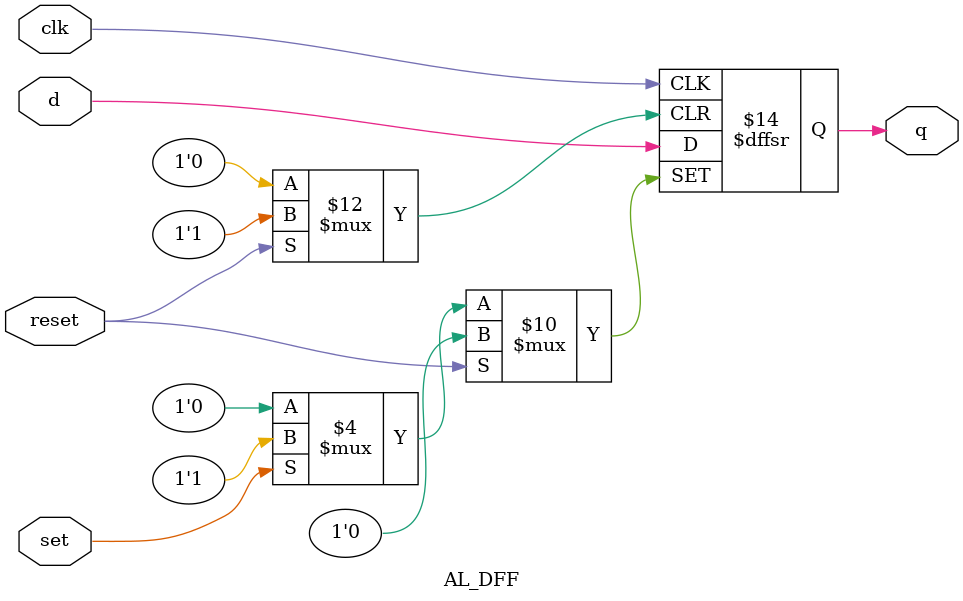
<source format=v>

`timescale 1ns / 1ps
module TOP  // source/TOP.v(1)
  (
  CSI_D,
  CSI_HREF,
  CSI_PCLK,
  CSI_VSYNC,
  clk,
  nRST,
  CSI_PWDN,
  CSI_RST,
  CSI_SOIC,
  CSI_XCLK,
  LCDBK,
  LCD_B,
  LCD_CLK,
  LCD_DEN,
  LCD_G,
  LCD_HYNC,
  LCD_R,
  LCD_SYNC,
  LED,
  CSI_SOID,
  GPIO
  );

  input [7:0] CSI_D;  // source/TOP.v(17)
  input CSI_HREF;  // source/TOP.v(11)
  input CSI_PCLK;  // source/TOP.v(9)
  input CSI_VSYNC;  // source/TOP.v(12)
  input clk;  // source/TOP.v(3)
  input nRST;  // source/TOP.v(4)
  output CSI_PWDN;  // source/TOP.v(13)
  output CSI_RST;  // source/TOP.v(14)
  output CSI_SOIC;  // source/TOP.v(15)
  output CSI_XCLK;  // source/TOP.v(10)
  output LCDBK;  // source/TOP.v(19)
  output LCD_B;  // source/TOP.v(26)
  output LCD_CLK;  // source/TOP.v(20)
  output LCD_DEN;  // source/TOP.v(23)
  output LCD_G;  // source/TOP.v(25)
  output LCD_HYNC;  // source/TOP.v(21)
  output LCD_R;  // source/TOP.v(24)
  output LCD_SYNC;  // source/TOP.v(22)
  output [2:0] LED;  // source/TOP.v(6)
  inout CSI_SOID;  // source/TOP.v(16)
  inout GPIO;  // source/TOP.v(7)

  wire [15:0] \D1/LineCount ;  // source/VGAMod.v(26)
  wire [15:0] \D1/PixelCount ;  // source/VGAMod.v(25)
  wire [15:0] \D1/n2 ;
  wire [15:0] \D1/n4 ;
  wire [15:0] \D1/n5 ;
  wire [15:0] \D1/n7 ;
  wire [15:0] \D1/n8 ;
  wire [7:0] FIFO_DI;  // source/TOP.v(57)
  wire [31:0] \U1/Count ;  // source/CLK_MOD.v(15)
  wire [31:0] \U1/n3 ;
  wire [31:0] \U1/n5 ;
  wire [31:0] \U2/Count ;  // source/CLK_MOD.v(15)
  wire [31:0] \U2/n3 ;
  wire [31:0] \U2/n5 ;
  wire [14:0] \U4/Addr ;  // source/LCDCTRL.v(18)
  wire [15:0] \U4/AddrCtrl ;  // source/LCDCTRL.v(15)
  wire [15:0] \U4/Count ;  // source/LCDCTRL.v(47)
  wire [15:0] \U4/LineConut ;  // source/LCDCTRL.v(16)
  wire [7:0] \U4/RomData ;  // source/LCDCTRL.v(80)
  wire [15:0] \U4/XPos ;  // source/LCDCTRL.v(48)
  wire [11:0] \U4/n14 ;
  wire [11:0] \U4/n15 ;
  wire [15:0] \U4/n16 ;
  wire [15:0] \U4/n18 ;
  wire [15:0] \U4/n2 ;
  wire [7:0] \U4/n20 ;
  wire [14:0] \U4/n23 ;
  wire [14:0] \U4/n24 ;
  wire [14:0] \U4/n25 ;
  wire [15:0] \U4/n3 ;
  wire [15:0] \U4/n5 ;
  wire [15:0] \U4/n7 ;
  wire [15:0] \U4/n8 ;
  wire [15:0] \U4/n9 ;
  wire CLK_100M;  // source/TOP.v(35)
  wire \D1/mux2_b0_sel_is_0_o ;
  wire \D1/n0 ;
  wire \D1/n1 ;
  wire \D1/n10 ;
  wire \D1/n11 ;
  wire \D1/n12 ;
  wire \D1/n13 ;
  wire \D1/n14 ;
  wire \D1/n15 ;
  wire \D1/n16 ;
  wire \D1/n17 ;
  wire \D1/n18 ;
  wire \D1/n19 ;
  wire \D1/n1_neg ;
  wire \D1/n20 ;
  wire \D1/n21 ;
  wire \D1/n22 ;
  wire \D1/n23 ;
  wire \D1/n3 ;
  wire \D1/n3_neg ;
  wire \D1/n9 ;
  wire FIFO_EMPTY;  // source/TOP.v(54)
  wire FIFO_RE;  // source/TOP.v(52)
  wire FIFO_RST;  // source/TOP.v(49)
  wire FIFO_WE;  // source/TOP.v(53)
  wire LCD_SYNC_neg;
  wire \PLL1/clk0_buf ;  // al_ip/LCDPLL.v(39)
  wire \U1/n1 ;
  wire \U1/n2 ;
  wire \U2/n1 ;
  wire \U2/n2 ;
  wire \U4/mux2_b0_sel_is_0_o ;
  wire \U4/n1 ;
  wire \U4/n10 ;
  wire \U4/n11 ;
  wire \U4/n12 ;
  wire \U4/n13 ;
  wire \U4/n17 ;
  wire \U4/n19 ;
  wire \U4/n21 ;
  wire \U4/n22 ;
  wire \U4/n26 ;
  wire \U4/n28 ;
  wire \U4/n30 ;
  wire \U4/n31 ;
  wire \U4/n32 ;
  wire \U4/n33 ;
  wire \U4/n6 ;

  assign CSI_PWDN = 1'b0;
  assign CSI_RST = 1'b0;
  assign CSI_SOIC = 1'b0;
  assign CSI_XCLK = 1'b0;
  assign LCDBK = 1'b1;
  assign LCD_DEN = GPIO;
  assign LCD_G = LCD_B;
  assign LCD_R = 1'b1;
  assign LED[0] = 1'b1;
  add_pu16_pu16_o16 \D1/add0  (
    .i0(\D1/LineCount ),
    .i1(16'b0000000000000001),
    .o(\D1/n2 ));  // source/VGAMod.v(48)
  add_pu16_pu16_o16 \D1/add1  (
    .i0(\D1/PixelCount ),
    .i1(16'b0000000000000001),
    .o(\D1/n4 ));  // source/VGAMod.v(55)
  eq_w16 \D1/eq0  (
    .i0(\D1/PixelCount ),
    .i1(16'b0000010100100000),
    .o(\D1/n1 ));  // source/VGAMod.v(46)
  eq_w16 \D1/eq1  (
    .i0(\D1/LineCount ),
    .i1(16'b0000001000111010),
    .o(\D1/n3 ));  // source/VGAMod.v(50)
  lt_u16_u16 \D1/lt0  (
    .ci(1'b1),
    .i0(16'b0000000000111000),
    .i1(\D1/PixelCount ),
    .o(\D1/n9 ));  // source/VGAMod.v(59)
  lt_u16_u16 \D1/lt1  (
    .ci(1'b0),
    .i0(\D1/PixelCount ),
    .i1(16'b0000010100011111),
    .o(\D1/n10 ));  // source/VGAMod.v(59)
  lt_u16_u16 \D1/lt2  (
    .ci(1'b0),
    .i0(\D1/LineCount ),
    .i1(16'b0000000000101101),
    .o(LCD_SYNC));  // source/VGAMod.v(60)
  lt_u16_u16 \D1/lt3  (
    .ci(1'b0),
    .i0(\D1/PixelCount ),
    .i1(16'b0000000000010100),
    .o(FIFO_RST));  // source/VGAMod.v(67)
  lt_u16_u16 \D1/lt4  (
    .ci(1'b1),
    .i0(16'b0000000100000000),
    .i1(\D1/PixelCount ),
    .o(\D1/n12 ));  // source/VGAMod.v(69)
  lt_u16_u16 \D1/lt5  (
    .ci(1'b1),
    .i0(\D1/PixelCount ),
    .i1(16'b0000010100100000),
    .o(\D1/n13 ));  // source/VGAMod.v(70)
  lt_u16_u16 \D1/lt6  (
    .ci(1'b1),
    .i0(16'b0000000000101101),
    .i1(\D1/LineCount ),
    .o(\D1/n15 ));  // source/VGAMod.v(71)
  lt_u16_u16 \D1/lt7  (
    .ci(1'b0),
    .i0(\D1/LineCount ),
    .i1(16'b0000001000111010),
    .o(\D1/n17 ));  // source/VGAMod.v(72)
  lt_u16_u16 \D1/lt8  (
    .ci(1'b1),
    .i0(16'b0000000011111111),
    .i1(\D1/PixelCount ),
    .o(\D1/n19 ));  // source/VGAMod.v(75)
  lt_u16_u16 \D1/lt9  (
    .ci(1'b1),
    .i0(\D1/PixelCount ),
    .i1(16'b0000010000100001),
    .o(\D1/n21 ));  // source/VGAMod.v(75)
  binary_mux_s1_w1 \D1/mux0_b0  (
    .i0(\D1/LineCount [0]),
    .i1(1'b0),
    .sel(\D1/n3 ),
    .o(\D1/n5 [0]));  // source/VGAMod.v(56)
  binary_mux_s1_w1 \D1/mux0_b1  (
    .i0(\D1/LineCount [1]),
    .i1(1'b0),
    .sel(\D1/n3 ),
    .o(\D1/n5 [1]));  // source/VGAMod.v(56)
  binary_mux_s1_w1 \D1/mux0_b10  (
    .i0(\D1/LineCount [10]),
    .i1(1'b0),
    .sel(\D1/n3 ),
    .o(\D1/n5 [10]));  // source/VGAMod.v(56)
  binary_mux_s1_w1 \D1/mux0_b11  (
    .i0(\D1/LineCount [11]),
    .i1(1'b0),
    .sel(\D1/n3 ),
    .o(\D1/n5 [11]));  // source/VGAMod.v(56)
  binary_mux_s1_w1 \D1/mux0_b12  (
    .i0(\D1/LineCount [12]),
    .i1(1'b0),
    .sel(\D1/n3 ),
    .o(\D1/n5 [12]));  // source/VGAMod.v(56)
  binary_mux_s1_w1 \D1/mux0_b13  (
    .i0(\D1/LineCount [13]),
    .i1(1'b0),
    .sel(\D1/n3 ),
    .o(\D1/n5 [13]));  // source/VGAMod.v(56)
  binary_mux_s1_w1 \D1/mux0_b14  (
    .i0(\D1/LineCount [14]),
    .i1(1'b0),
    .sel(\D1/n3 ),
    .o(\D1/n5 [14]));  // source/VGAMod.v(56)
  binary_mux_s1_w1 \D1/mux0_b15  (
    .i0(\D1/LineCount [15]),
    .i1(1'b0),
    .sel(\D1/n3 ),
    .o(\D1/n5 [15]));  // source/VGAMod.v(56)
  binary_mux_s1_w1 \D1/mux0_b2  (
    .i0(\D1/LineCount [2]),
    .i1(1'b0),
    .sel(\D1/n3 ),
    .o(\D1/n5 [2]));  // source/VGAMod.v(56)
  binary_mux_s1_w1 \D1/mux0_b3  (
    .i0(\D1/LineCount [3]),
    .i1(1'b0),
    .sel(\D1/n3 ),
    .o(\D1/n5 [3]));  // source/VGAMod.v(56)
  binary_mux_s1_w1 \D1/mux0_b4  (
    .i0(\D1/LineCount [4]),
    .i1(1'b0),
    .sel(\D1/n3 ),
    .o(\D1/n5 [4]));  // source/VGAMod.v(56)
  binary_mux_s1_w1 \D1/mux0_b5  (
    .i0(\D1/LineCount [5]),
    .i1(1'b0),
    .sel(\D1/n3 ),
    .o(\D1/n5 [5]));  // source/VGAMod.v(56)
  binary_mux_s1_w1 \D1/mux0_b6  (
    .i0(\D1/LineCount [6]),
    .i1(1'b0),
    .sel(\D1/n3 ),
    .o(\D1/n5 [6]));  // source/VGAMod.v(56)
  binary_mux_s1_w1 \D1/mux0_b7  (
    .i0(\D1/LineCount [7]),
    .i1(1'b0),
    .sel(\D1/n3 ),
    .o(\D1/n5 [7]));  // source/VGAMod.v(56)
  binary_mux_s1_w1 \D1/mux0_b8  (
    .i0(\D1/LineCount [8]),
    .i1(1'b0),
    .sel(\D1/n3 ),
    .o(\D1/n5 [8]));  // source/VGAMod.v(56)
  binary_mux_s1_w1 \D1/mux0_b9  (
    .i0(\D1/LineCount [9]),
    .i1(1'b0),
    .sel(\D1/n3 ),
    .o(\D1/n5 [9]));  // source/VGAMod.v(56)
  AL_MUX \D1/mux2_b0  (
    .i0(1'b0),
    .i1(\D1/n4 [0]),
    .sel(\D1/mux2_b0_sel_is_0_o ),
    .o(\D1/n7 [0]));
  and \D1/mux2_b0_sel_is_0  (\D1/mux2_b0_sel_is_0_o , \D1/n1_neg , \D1/n3_neg );
  AL_MUX \D1/mux2_b1  (
    .i0(1'b0),
    .i1(\D1/n4 [1]),
    .sel(\D1/mux2_b0_sel_is_0_o ),
    .o(\D1/n7 [1]));
  AL_MUX \D1/mux2_b10  (
    .i0(1'b0),
    .i1(\D1/n4 [10]),
    .sel(\D1/mux2_b0_sel_is_0_o ),
    .o(\D1/n7 [10]));
  AL_MUX \D1/mux2_b11  (
    .i0(1'b0),
    .i1(\D1/n4 [11]),
    .sel(\D1/mux2_b0_sel_is_0_o ),
    .o(\D1/n7 [11]));
  AL_MUX \D1/mux2_b12  (
    .i0(1'b0),
    .i1(\D1/n4 [12]),
    .sel(\D1/mux2_b0_sel_is_0_o ),
    .o(\D1/n7 [12]));
  AL_MUX \D1/mux2_b13  (
    .i0(1'b0),
    .i1(\D1/n4 [13]),
    .sel(\D1/mux2_b0_sel_is_0_o ),
    .o(\D1/n7 [13]));
  AL_MUX \D1/mux2_b14  (
    .i0(1'b0),
    .i1(\D1/n4 [14]),
    .sel(\D1/mux2_b0_sel_is_0_o ),
    .o(\D1/n7 [14]));
  AL_MUX \D1/mux2_b15  (
    .i0(1'b0),
    .i1(\D1/n4 [15]),
    .sel(\D1/mux2_b0_sel_is_0_o ),
    .o(\D1/n7 [15]));
  AL_MUX \D1/mux2_b2  (
    .i0(1'b0),
    .i1(\D1/n4 [2]),
    .sel(\D1/mux2_b0_sel_is_0_o ),
    .o(\D1/n7 [2]));
  AL_MUX \D1/mux2_b3  (
    .i0(1'b0),
    .i1(\D1/n4 [3]),
    .sel(\D1/mux2_b0_sel_is_0_o ),
    .o(\D1/n7 [3]));
  AL_MUX \D1/mux2_b4  (
    .i0(1'b0),
    .i1(\D1/n4 [4]),
    .sel(\D1/mux2_b0_sel_is_0_o ),
    .o(\D1/n7 [4]));
  AL_MUX \D1/mux2_b5  (
    .i0(1'b0),
    .i1(\D1/n4 [5]),
    .sel(\D1/mux2_b0_sel_is_0_o ),
    .o(\D1/n7 [5]));
  AL_MUX \D1/mux2_b6  (
    .i0(1'b0),
    .i1(\D1/n4 [6]),
    .sel(\D1/mux2_b0_sel_is_0_o ),
    .o(\D1/n7 [6]));
  AL_MUX \D1/mux2_b7  (
    .i0(1'b0),
    .i1(\D1/n4 [7]),
    .sel(\D1/mux2_b0_sel_is_0_o ),
    .o(\D1/n7 [7]));
  AL_MUX \D1/mux2_b8  (
    .i0(1'b0),
    .i1(\D1/n4 [8]),
    .sel(\D1/mux2_b0_sel_is_0_o ),
    .o(\D1/n7 [8]));
  AL_MUX \D1/mux2_b9  (
    .i0(1'b0),
    .i1(\D1/n4 [9]),
    .sel(\D1/mux2_b0_sel_is_0_o ),
    .o(\D1/n7 [9]));
  binary_mux_s1_w1 \D1/mux3_b0  (
    .i0(\D1/n5 [0]),
    .i1(\D1/n2 [0]),
    .sel(\D1/n1 ),
    .o(\D1/n8 [0]));  // source/VGAMod.v(56)
  binary_mux_s1_w1 \D1/mux3_b1  (
    .i0(\D1/n5 [1]),
    .i1(\D1/n2 [1]),
    .sel(\D1/n1 ),
    .o(\D1/n8 [1]));  // source/VGAMod.v(56)
  binary_mux_s1_w1 \D1/mux3_b10  (
    .i0(\D1/n5 [10]),
    .i1(\D1/n2 [10]),
    .sel(\D1/n1 ),
    .o(\D1/n8 [10]));  // source/VGAMod.v(56)
  binary_mux_s1_w1 \D1/mux3_b11  (
    .i0(\D1/n5 [11]),
    .i1(\D1/n2 [11]),
    .sel(\D1/n1 ),
    .o(\D1/n8 [11]));  // source/VGAMod.v(56)
  binary_mux_s1_w1 \D1/mux3_b12  (
    .i0(\D1/n5 [12]),
    .i1(\D1/n2 [12]),
    .sel(\D1/n1 ),
    .o(\D1/n8 [12]));  // source/VGAMod.v(56)
  binary_mux_s1_w1 \D1/mux3_b13  (
    .i0(\D1/n5 [13]),
    .i1(\D1/n2 [13]),
    .sel(\D1/n1 ),
    .o(\D1/n8 [13]));  // source/VGAMod.v(56)
  binary_mux_s1_w1 \D1/mux3_b14  (
    .i0(\D1/n5 [14]),
    .i1(\D1/n2 [14]),
    .sel(\D1/n1 ),
    .o(\D1/n8 [14]));  // source/VGAMod.v(56)
  binary_mux_s1_w1 \D1/mux3_b15  (
    .i0(\D1/n5 [15]),
    .i1(\D1/n2 [15]),
    .sel(\D1/n1 ),
    .o(\D1/n8 [15]));  // source/VGAMod.v(56)
  binary_mux_s1_w1 \D1/mux3_b2  (
    .i0(\D1/n5 [2]),
    .i1(\D1/n2 [2]),
    .sel(\D1/n1 ),
    .o(\D1/n8 [2]));  // source/VGAMod.v(56)
  binary_mux_s1_w1 \D1/mux3_b3  (
    .i0(\D1/n5 [3]),
    .i1(\D1/n2 [3]),
    .sel(\D1/n1 ),
    .o(\D1/n8 [3]));  // source/VGAMod.v(56)
  binary_mux_s1_w1 \D1/mux3_b4  (
    .i0(\D1/n5 [4]),
    .i1(\D1/n2 [4]),
    .sel(\D1/n1 ),
    .o(\D1/n8 [4]));  // source/VGAMod.v(56)
  binary_mux_s1_w1 \D1/mux3_b5  (
    .i0(\D1/n5 [5]),
    .i1(\D1/n2 [5]),
    .sel(\D1/n1 ),
    .o(\D1/n8 [5]));  // source/VGAMod.v(56)
  binary_mux_s1_w1 \D1/mux3_b6  (
    .i0(\D1/n5 [6]),
    .i1(\D1/n2 [6]),
    .sel(\D1/n1 ),
    .o(\D1/n8 [6]));  // source/VGAMod.v(56)
  binary_mux_s1_w1 \D1/mux3_b7  (
    .i0(\D1/n5 [7]),
    .i1(\D1/n2 [7]),
    .sel(\D1/n1 ),
    .o(\D1/n8 [7]));  // source/VGAMod.v(56)
  binary_mux_s1_w1 \D1/mux3_b8  (
    .i0(\D1/n5 [8]),
    .i1(\D1/n2 [8]),
    .sel(\D1/n1 ),
    .o(\D1/n8 [8]));  // source/VGAMod.v(56)
  binary_mux_s1_w1 \D1/mux3_b9  (
    .i0(\D1/n5 [9]),
    .i1(\D1/n2 [9]),
    .sel(\D1/n1 ),
    .o(\D1/n8 [9]));  // source/VGAMod.v(56)
  binary_mux_s1_w1 \D1/mux5_b0  (
    .i0(1'b1),
    .i1(1'b0),
    .sel(FIFO_EMPTY),
    .o(LCD_B));  // source/VGAMod.v(78)
  not \D1/n1_inv  (\D1/n1_neg , \D1/n1 );
  not \D1/n3_inv  (\D1/n3_neg , \D1/n3 );
  reg_ar_as_w1 \D1/reg0_b0  (
    .clk(LCD_CLK),
    .d(\D1/n7 [0]),
    .en(1'b1),
    .reset(~nRST),
    .set(1'b0),
    .q(\D1/PixelCount [0]));  // source/VGAMod.v(56)
  reg_ar_as_w1 \D1/reg0_b1  (
    .clk(LCD_CLK),
    .d(\D1/n7 [1]),
    .en(1'b1),
    .reset(~nRST),
    .set(1'b0),
    .q(\D1/PixelCount [1]));  // source/VGAMod.v(56)
  reg_ar_as_w1 \D1/reg0_b10  (
    .clk(LCD_CLK),
    .d(\D1/n7 [10]),
    .en(1'b1),
    .reset(~nRST),
    .set(1'b0),
    .q(\D1/PixelCount [10]));  // source/VGAMod.v(56)
  reg_ar_as_w1 \D1/reg0_b11  (
    .clk(LCD_CLK),
    .d(\D1/n7 [11]),
    .en(1'b1),
    .reset(~nRST),
    .set(1'b0),
    .q(\D1/PixelCount [11]));  // source/VGAMod.v(56)
  reg_ar_as_w1 \D1/reg0_b12  (
    .clk(LCD_CLK),
    .d(\D1/n7 [12]),
    .en(1'b1),
    .reset(~nRST),
    .set(1'b0),
    .q(\D1/PixelCount [12]));  // source/VGAMod.v(56)
  reg_ar_as_w1 \D1/reg0_b13  (
    .clk(LCD_CLK),
    .d(\D1/n7 [13]),
    .en(1'b1),
    .reset(~nRST),
    .set(1'b0),
    .q(\D1/PixelCount [13]));  // source/VGAMod.v(56)
  reg_ar_as_w1 \D1/reg0_b14  (
    .clk(LCD_CLK),
    .d(\D1/n7 [14]),
    .en(1'b1),
    .reset(~nRST),
    .set(1'b0),
    .q(\D1/PixelCount [14]));  // source/VGAMod.v(56)
  reg_ar_as_w1 \D1/reg0_b15  (
    .clk(LCD_CLK),
    .d(\D1/n7 [15]),
    .en(1'b1),
    .reset(~nRST),
    .set(1'b0),
    .q(\D1/PixelCount [15]));  // source/VGAMod.v(56)
  reg_ar_as_w1 \D1/reg0_b2  (
    .clk(LCD_CLK),
    .d(\D1/n7 [2]),
    .en(1'b1),
    .reset(~nRST),
    .set(1'b0),
    .q(\D1/PixelCount [2]));  // source/VGAMod.v(56)
  reg_ar_as_w1 \D1/reg0_b3  (
    .clk(LCD_CLK),
    .d(\D1/n7 [3]),
    .en(1'b1),
    .reset(~nRST),
    .set(1'b0),
    .q(\D1/PixelCount [3]));  // source/VGAMod.v(56)
  reg_ar_as_w1 \D1/reg0_b4  (
    .clk(LCD_CLK),
    .d(\D1/n7 [4]),
    .en(1'b1),
    .reset(~nRST),
    .set(1'b0),
    .q(\D1/PixelCount [4]));  // source/VGAMod.v(56)
  reg_ar_as_w1 \D1/reg0_b5  (
    .clk(LCD_CLK),
    .d(\D1/n7 [5]),
    .en(1'b1),
    .reset(~nRST),
    .set(1'b0),
    .q(\D1/PixelCount [5]));  // source/VGAMod.v(56)
  reg_ar_as_w1 \D1/reg0_b6  (
    .clk(LCD_CLK),
    .d(\D1/n7 [6]),
    .en(1'b1),
    .reset(~nRST),
    .set(1'b0),
    .q(\D1/PixelCount [6]));  // source/VGAMod.v(56)
  reg_ar_as_w1 \D1/reg0_b7  (
    .clk(LCD_CLK),
    .d(\D1/n7 [7]),
    .en(1'b1),
    .reset(~nRST),
    .set(1'b0),
    .q(\D1/PixelCount [7]));  // source/VGAMod.v(56)
  reg_ar_as_w1 \D1/reg0_b8  (
    .clk(LCD_CLK),
    .d(\D1/n7 [8]),
    .en(1'b1),
    .reset(~nRST),
    .set(1'b0),
    .q(\D1/PixelCount [8]));  // source/VGAMod.v(56)
  reg_ar_as_w1 \D1/reg0_b9  (
    .clk(LCD_CLK),
    .d(\D1/n7 [9]),
    .en(1'b1),
    .reset(~nRST),
    .set(1'b0),
    .q(\D1/PixelCount [9]));  // source/VGAMod.v(56)
  reg_ar_as_w1 \D1/reg1_b0  (
    .clk(LCD_CLK),
    .d(\D1/n8 [0]),
    .en(1'b1),
    .reset(~nRST),
    .set(1'b0),
    .q(\D1/LineCount [0]));  // source/VGAMod.v(56)
  reg_ar_as_w1 \D1/reg1_b1  (
    .clk(LCD_CLK),
    .d(\D1/n8 [1]),
    .en(1'b1),
    .reset(~nRST),
    .set(1'b0),
    .q(\D1/LineCount [1]));  // source/VGAMod.v(56)
  reg_ar_as_w1 \D1/reg1_b10  (
    .clk(LCD_CLK),
    .d(\D1/n8 [10]),
    .en(1'b1),
    .reset(~nRST),
    .set(1'b0),
    .q(\D1/LineCount [10]));  // source/VGAMod.v(56)
  reg_ar_as_w1 \D1/reg1_b11  (
    .clk(LCD_CLK),
    .d(\D1/n8 [11]),
    .en(1'b1),
    .reset(~nRST),
    .set(1'b0),
    .q(\D1/LineCount [11]));  // source/VGAMod.v(56)
  reg_ar_as_w1 \D1/reg1_b12  (
    .clk(LCD_CLK),
    .d(\D1/n8 [12]),
    .en(1'b1),
    .reset(~nRST),
    .set(1'b0),
    .q(\D1/LineCount [12]));  // source/VGAMod.v(56)
  reg_ar_as_w1 \D1/reg1_b13  (
    .clk(LCD_CLK),
    .d(\D1/n8 [13]),
    .en(1'b1),
    .reset(~nRST),
    .set(1'b0),
    .q(\D1/LineCount [13]));  // source/VGAMod.v(56)
  reg_ar_as_w1 \D1/reg1_b14  (
    .clk(LCD_CLK),
    .d(\D1/n8 [14]),
    .en(1'b1),
    .reset(~nRST),
    .set(1'b0),
    .q(\D1/LineCount [14]));  // source/VGAMod.v(56)
  reg_ar_as_w1 \D1/reg1_b15  (
    .clk(LCD_CLK),
    .d(\D1/n8 [15]),
    .en(1'b1),
    .reset(~nRST),
    .set(1'b0),
    .q(\D1/LineCount [15]));  // source/VGAMod.v(56)
  reg_ar_as_w1 \D1/reg1_b2  (
    .clk(LCD_CLK),
    .d(\D1/n8 [2]),
    .en(1'b1),
    .reset(~nRST),
    .set(1'b0),
    .q(\D1/LineCount [2]));  // source/VGAMod.v(56)
  reg_ar_as_w1 \D1/reg1_b3  (
    .clk(LCD_CLK),
    .d(\D1/n8 [3]),
    .en(1'b1),
    .reset(~nRST),
    .set(1'b0),
    .q(\D1/LineCount [3]));  // source/VGAMod.v(56)
  reg_ar_as_w1 \D1/reg1_b4  (
    .clk(LCD_CLK),
    .d(\D1/n8 [4]),
    .en(1'b1),
    .reset(~nRST),
    .set(1'b0),
    .q(\D1/LineCount [4]));  // source/VGAMod.v(56)
  reg_ar_as_w1 \D1/reg1_b5  (
    .clk(LCD_CLK),
    .d(\D1/n8 [5]),
    .en(1'b1),
    .reset(~nRST),
    .set(1'b0),
    .q(\D1/LineCount [5]));  // source/VGAMod.v(56)
  reg_ar_as_w1 \D1/reg1_b6  (
    .clk(LCD_CLK),
    .d(\D1/n8 [6]),
    .en(1'b1),
    .reset(~nRST),
    .set(1'b0),
    .q(\D1/LineCount [6]));  // source/VGAMod.v(56)
  reg_ar_as_w1 \D1/reg1_b7  (
    .clk(LCD_CLK),
    .d(\D1/n8 [7]),
    .en(1'b1),
    .reset(~nRST),
    .set(1'b0),
    .q(\D1/LineCount [7]));  // source/VGAMod.v(56)
  reg_ar_as_w1 \D1/reg1_b8  (
    .clk(LCD_CLK),
    .d(\D1/n8 [8]),
    .en(1'b1),
    .reset(~nRST),
    .set(1'b0),
    .q(\D1/LineCount [8]));  // source/VGAMod.v(56)
  reg_ar_as_w1 \D1/reg1_b9  (
    .clk(LCD_CLK),
    .d(\D1/n8 [9]),
    .en(1'b1),
    .reset(~nRST),
    .set(1'b0),
    .q(\D1/LineCount [9]));  // source/VGAMod.v(56)
  and \D1/u10  (\D1/n20 , \D1/n18 , \D1/n19 );  // source/VGAMod.v(75)
  and \D1/u11  (\D1/n22 , \D1/n20 , \D1/n21 );  // source/VGAMod.v(75)
  not \D1/u12  (\D1/n23 , FIFO_EMPTY);  // source/VGAMod.v(75)
  and \D1/u13  (FIFO_RE, \D1/n22 , \D1/n23 );  // source/VGAMod.v(75)
  not \D1/u2  (\D1/n0 , nRST);  // source/VGAMod.v(42)
  and \D1/u3  (\D1/n11 , \D1/n9 , \D1/n10 );  // source/VGAMod.v(59)
  not \D1/u4  (LCD_HYNC, \D1/n11 );  // source/VGAMod.v(59)
  and \D1/u5  (\D1/n14 , \D1/n12 , \D1/n13 );  // source/VGAMod.v(70)
  and \D1/u6  (\D1/n16 , \D1/n14 , \D1/n15 );  // source/VGAMod.v(71)
  and \D1/u7  (GPIO, \D1/n16 , \D1/n17 );  // source/VGAMod.v(72)
  and \D1/u9  (\D1/n18 , \D1/n15 , \D1/n17 );  // source/VGAMod.v(75)
  EG_LOGIC_FIFO #(
    .AE(6),
    .AF(2042),
    .ASYNC_RESET_RELEASE("SYNC"),
    .DATA_DEPTH_R(1024),
    .DATA_DEPTH_W(2048),
    .DATA_WIDTH_R(16),
    .DATA_WIDTH_W(8),
    .E(0),
    .ENDIAN("BIG"),
    .F(2048),
    .GSR("DISABLE"),
    .MODE("FIFO8K"),
    .REGMODE_R("NOREG"),
    .REGMODE_W("NOREG"),
    .RESETMODE("ASYNC"))
    \FIFO0/logic_fifo  (
    .clkr(LCD_CLK),
    .clkw(CLK_100M),
    .csr(3'b111),
    .csw(3'b111),
    .di(FIFO_DI),
    .ore(1'b0),
    .re(FIFO_RE),
    .rst(FIFO_RST),
    .we(FIFO_WE),
    .empty_flag(FIFO_EMPTY));  // E:/Fpga_Prj/Anlogic/AnlogIC_Examples/CameraToLCD/al_ip/DisFIFO.v(41)
  not LCD_SYNC_inv (LCD_SYNC_neg, LCD_SYNC);
  EG_LOGIC_BUFG \PLL1/bufg_feedback  (
    .i(\PLL1/clk0_buf ),
    .o(LCD_CLK));  // al_ip/LCDPLL.v(41)
  EG_PHY_PLL #(
    .CLKC0_CPHASE(29),
    .CLKC0_DIV(30),
    .CLKC0_DIV2_ENABLE("DISABLE"),
    .CLKC0_ENABLE("ENABLE"),
    .CLKC0_FPHASE(0),
    .CLKC1_CPHASE(9),
    .CLKC1_DIV(10),
    .CLKC1_DIV2_ENABLE("DISABLE"),
    .CLKC1_ENABLE("ENABLE"),
    .CLKC1_FPHASE(0),
    .CLKC2_CPHASE(19),
    .CLKC2_DIV(20),
    .CLKC2_DIV2_ENABLE("DISABLE"),
    .CLKC2_ENABLE("ENABLE"),
    .CLKC2_FPHASE(0),
    .CLKC3_CPHASE(55),
    .CLKC3_DIV(56),
    .CLKC3_DIV2_ENABLE("DISABLE"),
    .CLKC3_ENABLE("ENABLE"),
    .CLKC3_FPHASE(0),
    .CLKC4_CPHASE(1),
    .CLKC4_DIV(1),
    .CLKC4_DIV2_ENABLE("DISABLE"),
    .CLKC4_ENABLE("DISABLE"),
    .CLKC4_FPHASE(0),
    .DERIVE_PLL_CLOCKS("DISABLE"),
    .DPHASE_SOURCE("DISABLE"),
    .DYNCFG("DISABLE"),
    .FBCLK_DIV(18),
    .FEEDBK_MODE("NORMAL"),
    .FEEDBK_PATH("CLKC0_EXT"),
    .FIN("24.000"),
    .FREQ_LOCK_ACCURACY(2),
    .GEN_BASIC_CLOCK("DISABLE"),
    .GMC_GAIN(6),
    .GMC_TEST(14),
    .ICP_CURRENT(3),
    .IF_ESCLKSTSW("DISABLE"),
    .INTFB_WAKE("DISABLE"),
    .KVCO(6),
    .LPF_CAPACITOR(3),
    .LPF_RESISTOR(2),
    .NORESET("DISABLE"),
    .ODIV_MUXC0("DIV"),
    .ODIV_MUXC1("DIV"),
    .ODIV_MUXC2("DIV"),
    .ODIV_MUXC3("DIV"),
    .ODIV_MUXC4("DIV"),
    .PLLC2RST_ENA("DISABLE"),
    .PLLC34RST_ENA("DISABLE"),
    .PLLMRST_ENA("DISABLE"),
    .PLLRST_ENA("ENABLE"),
    .PLL_LOCK_MODE(0),
    .PREDIV_MUXC0("VCO"),
    .PREDIV_MUXC1("VCO"),
    .PREDIV_MUXC2("VCO"),
    .PREDIV_MUXC3("VCO"),
    .PREDIV_MUXC4("VCO"),
    .REFCLK_DIV(13),
    .REFCLK_SEL("INTERNAL"),
    .STDBY_ENABLE("DISABLE"),
    .STDBY_VCO_ENA("DISABLE"),
    .SYNC_ENABLE("DISABLE"),
    .VCO_NORESET("DISABLE"))
    \PLL1/pll_inst  (
    .daddr(6'b000000),
    .dclk(1'b0),
    .dcs(1'b0),
    .di(8'b00000000),
    .dwe(1'b0),
    .fbclk(LCD_CLK),
    .psclk(1'b0),
    .psclksel(3'b000),
    .psdown(1'b0),
    .psstep(1'b0),
    .refclk(clk),
    .reset(1'b0),
    .stdby(1'b0),
    .clkc({open_n19,open_n20,open_n21,CLK_100M,\PLL1/clk0_buf }));  // al_ip/LCDPLL.v(76)
  reg_ar_as_w1 \U1/CLK_OUT_reg  (
    .clk(LCD_CLK),
    .d(\U1/n2 ),
    .en(\U1/n1 ),
    .reset(1'b0),
    .set(~nRST),
    .q(LED[1]));  // source/CLK_MOD.v(32)
  add_pu32_pu32_o32 \U1/add0  (
    .i0(\U1/Count ),
    .i1(32'b00000000000000000000000000000001),
    .o(\U1/n3 ));  // source/CLK_MOD.v(32)
  eq_w32 \U1/eq0  (
    .i0(\U1/Count ),
    .i1(32'b00000001111101111000101001000000),
    .o(\U1/n1 ));  // source/CLK_MOD.v(26)
  binary_mux_s1_w1 \U1/mux0_b0  (
    .i0(\U1/n3 [0]),
    .i1(1'b0),
    .sel(\U1/n1 ),
    .o(\U1/n5 [0]));  // source/CLK_MOD.v(32)
  binary_mux_s1_w1 \U1/mux0_b1  (
    .i0(\U1/n3 [1]),
    .i1(1'b0),
    .sel(\U1/n1 ),
    .o(\U1/n5 [1]));  // source/CLK_MOD.v(32)
  binary_mux_s1_w1 \U1/mux0_b10  (
    .i0(\U1/n3 [10]),
    .i1(1'b0),
    .sel(\U1/n1 ),
    .o(\U1/n5 [10]));  // source/CLK_MOD.v(32)
  binary_mux_s1_w1 \U1/mux0_b11  (
    .i0(\U1/n3 [11]),
    .i1(1'b0),
    .sel(\U1/n1 ),
    .o(\U1/n5 [11]));  // source/CLK_MOD.v(32)
  binary_mux_s1_w1 \U1/mux0_b12  (
    .i0(\U1/n3 [12]),
    .i1(1'b0),
    .sel(\U1/n1 ),
    .o(\U1/n5 [12]));  // source/CLK_MOD.v(32)
  binary_mux_s1_w1 \U1/mux0_b13  (
    .i0(\U1/n3 [13]),
    .i1(1'b0),
    .sel(\U1/n1 ),
    .o(\U1/n5 [13]));  // source/CLK_MOD.v(32)
  binary_mux_s1_w1 \U1/mux0_b14  (
    .i0(\U1/n3 [14]),
    .i1(1'b0),
    .sel(\U1/n1 ),
    .o(\U1/n5 [14]));  // source/CLK_MOD.v(32)
  binary_mux_s1_w1 \U1/mux0_b15  (
    .i0(\U1/n3 [15]),
    .i1(1'b0),
    .sel(\U1/n1 ),
    .o(\U1/n5 [15]));  // source/CLK_MOD.v(32)
  binary_mux_s1_w1 \U1/mux0_b16  (
    .i0(\U1/n3 [16]),
    .i1(1'b0),
    .sel(\U1/n1 ),
    .o(\U1/n5 [16]));  // source/CLK_MOD.v(32)
  binary_mux_s1_w1 \U1/mux0_b17  (
    .i0(\U1/n3 [17]),
    .i1(1'b0),
    .sel(\U1/n1 ),
    .o(\U1/n5 [17]));  // source/CLK_MOD.v(32)
  binary_mux_s1_w1 \U1/mux0_b18  (
    .i0(\U1/n3 [18]),
    .i1(1'b0),
    .sel(\U1/n1 ),
    .o(\U1/n5 [18]));  // source/CLK_MOD.v(32)
  binary_mux_s1_w1 \U1/mux0_b19  (
    .i0(\U1/n3 [19]),
    .i1(1'b0),
    .sel(\U1/n1 ),
    .o(\U1/n5 [19]));  // source/CLK_MOD.v(32)
  binary_mux_s1_w1 \U1/mux0_b2  (
    .i0(\U1/n3 [2]),
    .i1(1'b0),
    .sel(\U1/n1 ),
    .o(\U1/n5 [2]));  // source/CLK_MOD.v(32)
  binary_mux_s1_w1 \U1/mux0_b20  (
    .i0(\U1/n3 [20]),
    .i1(1'b0),
    .sel(\U1/n1 ),
    .o(\U1/n5 [20]));  // source/CLK_MOD.v(32)
  binary_mux_s1_w1 \U1/mux0_b21  (
    .i0(\U1/n3 [21]),
    .i1(1'b0),
    .sel(\U1/n1 ),
    .o(\U1/n5 [21]));  // source/CLK_MOD.v(32)
  binary_mux_s1_w1 \U1/mux0_b22  (
    .i0(\U1/n3 [22]),
    .i1(1'b0),
    .sel(\U1/n1 ),
    .o(\U1/n5 [22]));  // source/CLK_MOD.v(32)
  binary_mux_s1_w1 \U1/mux0_b23  (
    .i0(\U1/n3 [23]),
    .i1(1'b0),
    .sel(\U1/n1 ),
    .o(\U1/n5 [23]));  // source/CLK_MOD.v(32)
  binary_mux_s1_w1 \U1/mux0_b24  (
    .i0(\U1/n3 [24]),
    .i1(1'b0),
    .sel(\U1/n1 ),
    .o(\U1/n5 [24]));  // source/CLK_MOD.v(32)
  binary_mux_s1_w1 \U1/mux0_b25  (
    .i0(\U1/n3 [25]),
    .i1(1'b0),
    .sel(\U1/n1 ),
    .o(\U1/n5 [25]));  // source/CLK_MOD.v(32)
  binary_mux_s1_w1 \U1/mux0_b26  (
    .i0(\U1/n3 [26]),
    .i1(1'b0),
    .sel(\U1/n1 ),
    .o(\U1/n5 [26]));  // source/CLK_MOD.v(32)
  binary_mux_s1_w1 \U1/mux0_b27  (
    .i0(\U1/n3 [27]),
    .i1(1'b0),
    .sel(\U1/n1 ),
    .o(\U1/n5 [27]));  // source/CLK_MOD.v(32)
  binary_mux_s1_w1 \U1/mux0_b28  (
    .i0(\U1/n3 [28]),
    .i1(1'b0),
    .sel(\U1/n1 ),
    .o(\U1/n5 [28]));  // source/CLK_MOD.v(32)
  binary_mux_s1_w1 \U1/mux0_b29  (
    .i0(\U1/n3 [29]),
    .i1(1'b0),
    .sel(\U1/n1 ),
    .o(\U1/n5 [29]));  // source/CLK_MOD.v(32)
  binary_mux_s1_w1 \U1/mux0_b3  (
    .i0(\U1/n3 [3]),
    .i1(1'b0),
    .sel(\U1/n1 ),
    .o(\U1/n5 [3]));  // source/CLK_MOD.v(32)
  binary_mux_s1_w1 \U1/mux0_b30  (
    .i0(\U1/n3 [30]),
    .i1(1'b0),
    .sel(\U1/n1 ),
    .o(\U1/n5 [30]));  // source/CLK_MOD.v(32)
  binary_mux_s1_w1 \U1/mux0_b31  (
    .i0(\U1/n3 [31]),
    .i1(1'b0),
    .sel(\U1/n1 ),
    .o(\U1/n5 [31]));  // source/CLK_MOD.v(32)
  binary_mux_s1_w1 \U1/mux0_b4  (
    .i0(\U1/n3 [4]),
    .i1(1'b0),
    .sel(\U1/n1 ),
    .o(\U1/n5 [4]));  // source/CLK_MOD.v(32)
  binary_mux_s1_w1 \U1/mux0_b5  (
    .i0(\U1/n3 [5]),
    .i1(1'b0),
    .sel(\U1/n1 ),
    .o(\U1/n5 [5]));  // source/CLK_MOD.v(32)
  binary_mux_s1_w1 \U1/mux0_b6  (
    .i0(\U1/n3 [6]),
    .i1(1'b0),
    .sel(\U1/n1 ),
    .o(\U1/n5 [6]));  // source/CLK_MOD.v(32)
  binary_mux_s1_w1 \U1/mux0_b7  (
    .i0(\U1/n3 [7]),
    .i1(1'b0),
    .sel(\U1/n1 ),
    .o(\U1/n5 [7]));  // source/CLK_MOD.v(32)
  binary_mux_s1_w1 \U1/mux0_b8  (
    .i0(\U1/n3 [8]),
    .i1(1'b0),
    .sel(\U1/n1 ),
    .o(\U1/n5 [8]));  // source/CLK_MOD.v(32)
  binary_mux_s1_w1 \U1/mux0_b9  (
    .i0(\U1/n3 [9]),
    .i1(1'b0),
    .sel(\U1/n1 ),
    .o(\U1/n5 [9]));  // source/CLK_MOD.v(32)
  reg_ar_as_w1 \U1/reg0_b0  (
    .clk(LCD_CLK),
    .d(\U1/n5 [0]),
    .en(1'b1),
    .reset(~nRST),
    .set(1'b0),
    .q(\U1/Count [0]));  // source/CLK_MOD.v(32)
  reg_ar_as_w1 \U1/reg0_b1  (
    .clk(LCD_CLK),
    .d(\U1/n5 [1]),
    .en(1'b1),
    .reset(~nRST),
    .set(1'b0),
    .q(\U1/Count [1]));  // source/CLK_MOD.v(32)
  reg_ar_as_w1 \U1/reg0_b10  (
    .clk(LCD_CLK),
    .d(\U1/n5 [10]),
    .en(1'b1),
    .reset(~nRST),
    .set(1'b0),
    .q(\U1/Count [10]));  // source/CLK_MOD.v(32)
  reg_ar_as_w1 \U1/reg0_b11  (
    .clk(LCD_CLK),
    .d(\U1/n5 [11]),
    .en(1'b1),
    .reset(~nRST),
    .set(1'b0),
    .q(\U1/Count [11]));  // source/CLK_MOD.v(32)
  reg_ar_as_w1 \U1/reg0_b12  (
    .clk(LCD_CLK),
    .d(\U1/n5 [12]),
    .en(1'b1),
    .reset(~nRST),
    .set(1'b0),
    .q(\U1/Count [12]));  // source/CLK_MOD.v(32)
  reg_ar_as_w1 \U1/reg0_b13  (
    .clk(LCD_CLK),
    .d(\U1/n5 [13]),
    .en(1'b1),
    .reset(~nRST),
    .set(1'b0),
    .q(\U1/Count [13]));  // source/CLK_MOD.v(32)
  reg_ar_as_w1 \U1/reg0_b14  (
    .clk(LCD_CLK),
    .d(\U1/n5 [14]),
    .en(1'b1),
    .reset(~nRST),
    .set(1'b0),
    .q(\U1/Count [14]));  // source/CLK_MOD.v(32)
  reg_ar_as_w1 \U1/reg0_b15  (
    .clk(LCD_CLK),
    .d(\U1/n5 [15]),
    .en(1'b1),
    .reset(~nRST),
    .set(1'b0),
    .q(\U1/Count [15]));  // source/CLK_MOD.v(32)
  reg_ar_as_w1 \U1/reg0_b16  (
    .clk(LCD_CLK),
    .d(\U1/n5 [16]),
    .en(1'b1),
    .reset(~nRST),
    .set(1'b0),
    .q(\U1/Count [16]));  // source/CLK_MOD.v(32)
  reg_ar_as_w1 \U1/reg0_b17  (
    .clk(LCD_CLK),
    .d(\U1/n5 [17]),
    .en(1'b1),
    .reset(~nRST),
    .set(1'b0),
    .q(\U1/Count [17]));  // source/CLK_MOD.v(32)
  reg_ar_as_w1 \U1/reg0_b18  (
    .clk(LCD_CLK),
    .d(\U1/n5 [18]),
    .en(1'b1),
    .reset(~nRST),
    .set(1'b0),
    .q(\U1/Count [18]));  // source/CLK_MOD.v(32)
  reg_ar_as_w1 \U1/reg0_b19  (
    .clk(LCD_CLK),
    .d(\U1/n5 [19]),
    .en(1'b1),
    .reset(~nRST),
    .set(1'b0),
    .q(\U1/Count [19]));  // source/CLK_MOD.v(32)
  reg_ar_as_w1 \U1/reg0_b2  (
    .clk(LCD_CLK),
    .d(\U1/n5 [2]),
    .en(1'b1),
    .reset(~nRST),
    .set(1'b0),
    .q(\U1/Count [2]));  // source/CLK_MOD.v(32)
  reg_ar_as_w1 \U1/reg0_b20  (
    .clk(LCD_CLK),
    .d(\U1/n5 [20]),
    .en(1'b1),
    .reset(~nRST),
    .set(1'b0),
    .q(\U1/Count [20]));  // source/CLK_MOD.v(32)
  reg_ar_as_w1 \U1/reg0_b21  (
    .clk(LCD_CLK),
    .d(\U1/n5 [21]),
    .en(1'b1),
    .reset(~nRST),
    .set(1'b0),
    .q(\U1/Count [21]));  // source/CLK_MOD.v(32)
  reg_ar_as_w1 \U1/reg0_b22  (
    .clk(LCD_CLK),
    .d(\U1/n5 [22]),
    .en(1'b1),
    .reset(~nRST),
    .set(1'b0),
    .q(\U1/Count [22]));  // source/CLK_MOD.v(32)
  reg_ar_as_w1 \U1/reg0_b23  (
    .clk(LCD_CLK),
    .d(\U1/n5 [23]),
    .en(1'b1),
    .reset(~nRST),
    .set(1'b0),
    .q(\U1/Count [23]));  // source/CLK_MOD.v(32)
  reg_ar_as_w1 \U1/reg0_b24  (
    .clk(LCD_CLK),
    .d(\U1/n5 [24]),
    .en(1'b1),
    .reset(~nRST),
    .set(1'b0),
    .q(\U1/Count [24]));  // source/CLK_MOD.v(32)
  reg_ar_as_w1 \U1/reg0_b25  (
    .clk(LCD_CLK),
    .d(\U1/n5 [25]),
    .en(1'b1),
    .reset(~nRST),
    .set(1'b0),
    .q(\U1/Count [25]));  // source/CLK_MOD.v(32)
  reg_ar_as_w1 \U1/reg0_b26  (
    .clk(LCD_CLK),
    .d(\U1/n5 [26]),
    .en(1'b1),
    .reset(~nRST),
    .set(1'b0),
    .q(\U1/Count [26]));  // source/CLK_MOD.v(32)
  reg_ar_as_w1 \U1/reg0_b27  (
    .clk(LCD_CLK),
    .d(\U1/n5 [27]),
    .en(1'b1),
    .reset(~nRST),
    .set(1'b0),
    .q(\U1/Count [27]));  // source/CLK_MOD.v(32)
  reg_ar_as_w1 \U1/reg0_b28  (
    .clk(LCD_CLK),
    .d(\U1/n5 [28]),
    .en(1'b1),
    .reset(~nRST),
    .set(1'b0),
    .q(\U1/Count [28]));  // source/CLK_MOD.v(32)
  reg_ar_as_w1 \U1/reg0_b29  (
    .clk(LCD_CLK),
    .d(\U1/n5 [29]),
    .en(1'b1),
    .reset(~nRST),
    .set(1'b0),
    .q(\U1/Count [29]));  // source/CLK_MOD.v(32)
  reg_ar_as_w1 \U1/reg0_b3  (
    .clk(LCD_CLK),
    .d(\U1/n5 [3]),
    .en(1'b1),
    .reset(~nRST),
    .set(1'b0),
    .q(\U1/Count [3]));  // source/CLK_MOD.v(32)
  reg_ar_as_w1 \U1/reg0_b30  (
    .clk(LCD_CLK),
    .d(\U1/n5 [30]),
    .en(1'b1),
    .reset(~nRST),
    .set(1'b0),
    .q(\U1/Count [30]));  // source/CLK_MOD.v(32)
  reg_ar_as_w1 \U1/reg0_b31  (
    .clk(LCD_CLK),
    .d(\U1/n5 [31]),
    .en(1'b1),
    .reset(~nRST),
    .set(1'b0),
    .q(\U1/Count [31]));  // source/CLK_MOD.v(32)
  reg_ar_as_w1 \U1/reg0_b4  (
    .clk(LCD_CLK),
    .d(\U1/n5 [4]),
    .en(1'b1),
    .reset(~nRST),
    .set(1'b0),
    .q(\U1/Count [4]));  // source/CLK_MOD.v(32)
  reg_ar_as_w1 \U1/reg0_b5  (
    .clk(LCD_CLK),
    .d(\U1/n5 [5]),
    .en(1'b1),
    .reset(~nRST),
    .set(1'b0),
    .q(\U1/Count [5]));  // source/CLK_MOD.v(32)
  reg_ar_as_w1 \U1/reg0_b6  (
    .clk(LCD_CLK),
    .d(\U1/n5 [6]),
    .en(1'b1),
    .reset(~nRST),
    .set(1'b0),
    .q(\U1/Count [6]));  // source/CLK_MOD.v(32)
  reg_ar_as_w1 \U1/reg0_b7  (
    .clk(LCD_CLK),
    .d(\U1/n5 [7]),
    .en(1'b1),
    .reset(~nRST),
    .set(1'b0),
    .q(\U1/Count [7]));  // source/CLK_MOD.v(32)
  reg_ar_as_w1 \U1/reg0_b8  (
    .clk(LCD_CLK),
    .d(\U1/n5 [8]),
    .en(1'b1),
    .reset(~nRST),
    .set(1'b0),
    .q(\U1/Count [8]));  // source/CLK_MOD.v(32)
  reg_ar_as_w1 \U1/reg0_b9  (
    .clk(LCD_CLK),
    .d(\U1/n5 [9]),
    .en(1'b1),
    .reset(~nRST),
    .set(1'b0),
    .q(\U1/Count [9]));  // source/CLK_MOD.v(32)
  not \U1/u3  (\U1/n2 , LED[1]);  // source/CLK_MOD.v(28)
  reg_ar_as_w1 \U2/CLK_OUT_reg  (
    .clk(clk),
    .d(\U2/n2 ),
    .en(\U2/n1 ),
    .reset(1'b0),
    .set(~nRST),
    .q(LED[2]));  // source/CLK_MOD.v(32)
  add_pu32_pu32_o32 \U2/add0  (
    .i0(\U2/Count ),
    .i1(32'b00000000000000000000000000000001),
    .o(\U2/n3 ));  // source/CLK_MOD.v(32)
  eq_w32 \U2/eq0  (
    .i0(\U2/Count ),
    .i1(32'b00000001011011100011011000000000),
    .o(\U2/n1 ));  // source/CLK_MOD.v(26)
  binary_mux_s1_w1 \U2/mux0_b0  (
    .i0(\U2/n3 [0]),
    .i1(1'b0),
    .sel(\U2/n1 ),
    .o(\U2/n5 [0]));  // source/CLK_MOD.v(32)
  binary_mux_s1_w1 \U2/mux0_b1  (
    .i0(\U2/n3 [1]),
    .i1(1'b0),
    .sel(\U2/n1 ),
    .o(\U2/n5 [1]));  // source/CLK_MOD.v(32)
  binary_mux_s1_w1 \U2/mux0_b10  (
    .i0(\U2/n3 [10]),
    .i1(1'b0),
    .sel(\U2/n1 ),
    .o(\U2/n5 [10]));  // source/CLK_MOD.v(32)
  binary_mux_s1_w1 \U2/mux0_b11  (
    .i0(\U2/n3 [11]),
    .i1(1'b0),
    .sel(\U2/n1 ),
    .o(\U2/n5 [11]));  // source/CLK_MOD.v(32)
  binary_mux_s1_w1 \U2/mux0_b12  (
    .i0(\U2/n3 [12]),
    .i1(1'b0),
    .sel(\U2/n1 ),
    .o(\U2/n5 [12]));  // source/CLK_MOD.v(32)
  binary_mux_s1_w1 \U2/mux0_b13  (
    .i0(\U2/n3 [13]),
    .i1(1'b0),
    .sel(\U2/n1 ),
    .o(\U2/n5 [13]));  // source/CLK_MOD.v(32)
  binary_mux_s1_w1 \U2/mux0_b14  (
    .i0(\U2/n3 [14]),
    .i1(1'b0),
    .sel(\U2/n1 ),
    .o(\U2/n5 [14]));  // source/CLK_MOD.v(32)
  binary_mux_s1_w1 \U2/mux0_b15  (
    .i0(\U2/n3 [15]),
    .i1(1'b0),
    .sel(\U2/n1 ),
    .o(\U2/n5 [15]));  // source/CLK_MOD.v(32)
  binary_mux_s1_w1 \U2/mux0_b16  (
    .i0(\U2/n3 [16]),
    .i1(1'b0),
    .sel(\U2/n1 ),
    .o(\U2/n5 [16]));  // source/CLK_MOD.v(32)
  binary_mux_s1_w1 \U2/mux0_b17  (
    .i0(\U2/n3 [17]),
    .i1(1'b0),
    .sel(\U2/n1 ),
    .o(\U2/n5 [17]));  // source/CLK_MOD.v(32)
  binary_mux_s1_w1 \U2/mux0_b18  (
    .i0(\U2/n3 [18]),
    .i1(1'b0),
    .sel(\U2/n1 ),
    .o(\U2/n5 [18]));  // source/CLK_MOD.v(32)
  binary_mux_s1_w1 \U2/mux0_b19  (
    .i0(\U2/n3 [19]),
    .i1(1'b0),
    .sel(\U2/n1 ),
    .o(\U2/n5 [19]));  // source/CLK_MOD.v(32)
  binary_mux_s1_w1 \U2/mux0_b2  (
    .i0(\U2/n3 [2]),
    .i1(1'b0),
    .sel(\U2/n1 ),
    .o(\U2/n5 [2]));  // source/CLK_MOD.v(32)
  binary_mux_s1_w1 \U2/mux0_b20  (
    .i0(\U2/n3 [20]),
    .i1(1'b0),
    .sel(\U2/n1 ),
    .o(\U2/n5 [20]));  // source/CLK_MOD.v(32)
  binary_mux_s1_w1 \U2/mux0_b21  (
    .i0(\U2/n3 [21]),
    .i1(1'b0),
    .sel(\U2/n1 ),
    .o(\U2/n5 [21]));  // source/CLK_MOD.v(32)
  binary_mux_s1_w1 \U2/mux0_b22  (
    .i0(\U2/n3 [22]),
    .i1(1'b0),
    .sel(\U2/n1 ),
    .o(\U2/n5 [22]));  // source/CLK_MOD.v(32)
  binary_mux_s1_w1 \U2/mux0_b23  (
    .i0(\U2/n3 [23]),
    .i1(1'b0),
    .sel(\U2/n1 ),
    .o(\U2/n5 [23]));  // source/CLK_MOD.v(32)
  binary_mux_s1_w1 \U2/mux0_b24  (
    .i0(\U2/n3 [24]),
    .i1(1'b0),
    .sel(\U2/n1 ),
    .o(\U2/n5 [24]));  // source/CLK_MOD.v(32)
  binary_mux_s1_w1 \U2/mux0_b25  (
    .i0(\U2/n3 [25]),
    .i1(1'b0),
    .sel(\U2/n1 ),
    .o(\U2/n5 [25]));  // source/CLK_MOD.v(32)
  binary_mux_s1_w1 \U2/mux0_b26  (
    .i0(\U2/n3 [26]),
    .i1(1'b0),
    .sel(\U2/n1 ),
    .o(\U2/n5 [26]));  // source/CLK_MOD.v(32)
  binary_mux_s1_w1 \U2/mux0_b27  (
    .i0(\U2/n3 [27]),
    .i1(1'b0),
    .sel(\U2/n1 ),
    .o(\U2/n5 [27]));  // source/CLK_MOD.v(32)
  binary_mux_s1_w1 \U2/mux0_b28  (
    .i0(\U2/n3 [28]),
    .i1(1'b0),
    .sel(\U2/n1 ),
    .o(\U2/n5 [28]));  // source/CLK_MOD.v(32)
  binary_mux_s1_w1 \U2/mux0_b29  (
    .i0(\U2/n3 [29]),
    .i1(1'b0),
    .sel(\U2/n1 ),
    .o(\U2/n5 [29]));  // source/CLK_MOD.v(32)
  binary_mux_s1_w1 \U2/mux0_b3  (
    .i0(\U2/n3 [3]),
    .i1(1'b0),
    .sel(\U2/n1 ),
    .o(\U2/n5 [3]));  // source/CLK_MOD.v(32)
  binary_mux_s1_w1 \U2/mux0_b30  (
    .i0(\U2/n3 [30]),
    .i1(1'b0),
    .sel(\U2/n1 ),
    .o(\U2/n5 [30]));  // source/CLK_MOD.v(32)
  binary_mux_s1_w1 \U2/mux0_b31  (
    .i0(\U2/n3 [31]),
    .i1(1'b0),
    .sel(\U2/n1 ),
    .o(\U2/n5 [31]));  // source/CLK_MOD.v(32)
  binary_mux_s1_w1 \U2/mux0_b4  (
    .i0(\U2/n3 [4]),
    .i1(1'b0),
    .sel(\U2/n1 ),
    .o(\U2/n5 [4]));  // source/CLK_MOD.v(32)
  binary_mux_s1_w1 \U2/mux0_b5  (
    .i0(\U2/n3 [5]),
    .i1(1'b0),
    .sel(\U2/n1 ),
    .o(\U2/n5 [5]));  // source/CLK_MOD.v(32)
  binary_mux_s1_w1 \U2/mux0_b6  (
    .i0(\U2/n3 [6]),
    .i1(1'b0),
    .sel(\U2/n1 ),
    .o(\U2/n5 [6]));  // source/CLK_MOD.v(32)
  binary_mux_s1_w1 \U2/mux0_b7  (
    .i0(\U2/n3 [7]),
    .i1(1'b0),
    .sel(\U2/n1 ),
    .o(\U2/n5 [7]));  // source/CLK_MOD.v(32)
  binary_mux_s1_w1 \U2/mux0_b8  (
    .i0(\U2/n3 [8]),
    .i1(1'b0),
    .sel(\U2/n1 ),
    .o(\U2/n5 [8]));  // source/CLK_MOD.v(32)
  binary_mux_s1_w1 \U2/mux0_b9  (
    .i0(\U2/n3 [9]),
    .i1(1'b0),
    .sel(\U2/n1 ),
    .o(\U2/n5 [9]));  // source/CLK_MOD.v(32)
  reg_ar_as_w1 \U2/reg0_b0  (
    .clk(clk),
    .d(\U2/n5 [0]),
    .en(1'b1),
    .reset(~nRST),
    .set(1'b0),
    .q(\U2/Count [0]));  // source/CLK_MOD.v(32)
  reg_ar_as_w1 \U2/reg0_b1  (
    .clk(clk),
    .d(\U2/n5 [1]),
    .en(1'b1),
    .reset(~nRST),
    .set(1'b0),
    .q(\U2/Count [1]));  // source/CLK_MOD.v(32)
  reg_ar_as_w1 \U2/reg0_b10  (
    .clk(clk),
    .d(\U2/n5 [10]),
    .en(1'b1),
    .reset(~nRST),
    .set(1'b0),
    .q(\U2/Count [10]));  // source/CLK_MOD.v(32)
  reg_ar_as_w1 \U2/reg0_b11  (
    .clk(clk),
    .d(\U2/n5 [11]),
    .en(1'b1),
    .reset(~nRST),
    .set(1'b0),
    .q(\U2/Count [11]));  // source/CLK_MOD.v(32)
  reg_ar_as_w1 \U2/reg0_b12  (
    .clk(clk),
    .d(\U2/n5 [12]),
    .en(1'b1),
    .reset(~nRST),
    .set(1'b0),
    .q(\U2/Count [12]));  // source/CLK_MOD.v(32)
  reg_ar_as_w1 \U2/reg0_b13  (
    .clk(clk),
    .d(\U2/n5 [13]),
    .en(1'b1),
    .reset(~nRST),
    .set(1'b0),
    .q(\U2/Count [13]));  // source/CLK_MOD.v(32)
  reg_ar_as_w1 \U2/reg0_b14  (
    .clk(clk),
    .d(\U2/n5 [14]),
    .en(1'b1),
    .reset(~nRST),
    .set(1'b0),
    .q(\U2/Count [14]));  // source/CLK_MOD.v(32)
  reg_ar_as_w1 \U2/reg0_b15  (
    .clk(clk),
    .d(\U2/n5 [15]),
    .en(1'b1),
    .reset(~nRST),
    .set(1'b0),
    .q(\U2/Count [15]));  // source/CLK_MOD.v(32)
  reg_ar_as_w1 \U2/reg0_b16  (
    .clk(clk),
    .d(\U2/n5 [16]),
    .en(1'b1),
    .reset(~nRST),
    .set(1'b0),
    .q(\U2/Count [16]));  // source/CLK_MOD.v(32)
  reg_ar_as_w1 \U2/reg0_b17  (
    .clk(clk),
    .d(\U2/n5 [17]),
    .en(1'b1),
    .reset(~nRST),
    .set(1'b0),
    .q(\U2/Count [17]));  // source/CLK_MOD.v(32)
  reg_ar_as_w1 \U2/reg0_b18  (
    .clk(clk),
    .d(\U2/n5 [18]),
    .en(1'b1),
    .reset(~nRST),
    .set(1'b0),
    .q(\U2/Count [18]));  // source/CLK_MOD.v(32)
  reg_ar_as_w1 \U2/reg0_b19  (
    .clk(clk),
    .d(\U2/n5 [19]),
    .en(1'b1),
    .reset(~nRST),
    .set(1'b0),
    .q(\U2/Count [19]));  // source/CLK_MOD.v(32)
  reg_ar_as_w1 \U2/reg0_b2  (
    .clk(clk),
    .d(\U2/n5 [2]),
    .en(1'b1),
    .reset(~nRST),
    .set(1'b0),
    .q(\U2/Count [2]));  // source/CLK_MOD.v(32)
  reg_ar_as_w1 \U2/reg0_b20  (
    .clk(clk),
    .d(\U2/n5 [20]),
    .en(1'b1),
    .reset(~nRST),
    .set(1'b0),
    .q(\U2/Count [20]));  // source/CLK_MOD.v(32)
  reg_ar_as_w1 \U2/reg0_b21  (
    .clk(clk),
    .d(\U2/n5 [21]),
    .en(1'b1),
    .reset(~nRST),
    .set(1'b0),
    .q(\U2/Count [21]));  // source/CLK_MOD.v(32)
  reg_ar_as_w1 \U2/reg0_b22  (
    .clk(clk),
    .d(\U2/n5 [22]),
    .en(1'b1),
    .reset(~nRST),
    .set(1'b0),
    .q(\U2/Count [22]));  // source/CLK_MOD.v(32)
  reg_ar_as_w1 \U2/reg0_b23  (
    .clk(clk),
    .d(\U2/n5 [23]),
    .en(1'b1),
    .reset(~nRST),
    .set(1'b0),
    .q(\U2/Count [23]));  // source/CLK_MOD.v(32)
  reg_ar_as_w1 \U2/reg0_b24  (
    .clk(clk),
    .d(\U2/n5 [24]),
    .en(1'b1),
    .reset(~nRST),
    .set(1'b0),
    .q(\U2/Count [24]));  // source/CLK_MOD.v(32)
  reg_ar_as_w1 \U2/reg0_b25  (
    .clk(clk),
    .d(\U2/n5 [25]),
    .en(1'b1),
    .reset(~nRST),
    .set(1'b0),
    .q(\U2/Count [25]));  // source/CLK_MOD.v(32)
  reg_ar_as_w1 \U2/reg0_b26  (
    .clk(clk),
    .d(\U2/n5 [26]),
    .en(1'b1),
    .reset(~nRST),
    .set(1'b0),
    .q(\U2/Count [26]));  // source/CLK_MOD.v(32)
  reg_ar_as_w1 \U2/reg0_b27  (
    .clk(clk),
    .d(\U2/n5 [27]),
    .en(1'b1),
    .reset(~nRST),
    .set(1'b0),
    .q(\U2/Count [27]));  // source/CLK_MOD.v(32)
  reg_ar_as_w1 \U2/reg0_b28  (
    .clk(clk),
    .d(\U2/n5 [28]),
    .en(1'b1),
    .reset(~nRST),
    .set(1'b0),
    .q(\U2/Count [28]));  // source/CLK_MOD.v(32)
  reg_ar_as_w1 \U2/reg0_b29  (
    .clk(clk),
    .d(\U2/n5 [29]),
    .en(1'b1),
    .reset(~nRST),
    .set(1'b0),
    .q(\U2/Count [29]));  // source/CLK_MOD.v(32)
  reg_ar_as_w1 \U2/reg0_b3  (
    .clk(clk),
    .d(\U2/n5 [3]),
    .en(1'b1),
    .reset(~nRST),
    .set(1'b0),
    .q(\U2/Count [3]));  // source/CLK_MOD.v(32)
  reg_ar_as_w1 \U2/reg0_b30  (
    .clk(clk),
    .d(\U2/n5 [30]),
    .en(1'b1),
    .reset(~nRST),
    .set(1'b0),
    .q(\U2/Count [30]));  // source/CLK_MOD.v(32)
  reg_ar_as_w1 \U2/reg0_b31  (
    .clk(clk),
    .d(\U2/n5 [31]),
    .en(1'b1),
    .reset(~nRST),
    .set(1'b0),
    .q(\U2/Count [31]));  // source/CLK_MOD.v(32)
  reg_ar_as_w1 \U2/reg0_b4  (
    .clk(clk),
    .d(\U2/n5 [4]),
    .en(1'b1),
    .reset(~nRST),
    .set(1'b0),
    .q(\U2/Count [4]));  // source/CLK_MOD.v(32)
  reg_ar_as_w1 \U2/reg0_b5  (
    .clk(clk),
    .d(\U2/n5 [5]),
    .en(1'b1),
    .reset(~nRST),
    .set(1'b0),
    .q(\U2/Count [5]));  // source/CLK_MOD.v(32)
  reg_ar_as_w1 \U2/reg0_b6  (
    .clk(clk),
    .d(\U2/n5 [6]),
    .en(1'b1),
    .reset(~nRST),
    .set(1'b0),
    .q(\U2/Count [6]));  // source/CLK_MOD.v(32)
  reg_ar_as_w1 \U2/reg0_b7  (
    .clk(clk),
    .d(\U2/n5 [7]),
    .en(1'b1),
    .reset(~nRST),
    .set(1'b0),
    .q(\U2/Count [7]));  // source/CLK_MOD.v(32)
  reg_ar_as_w1 \U2/reg0_b8  (
    .clk(clk),
    .d(\U2/n5 [8]),
    .en(1'b1),
    .reset(~nRST),
    .set(1'b0),
    .q(\U2/Count [8]));  // source/CLK_MOD.v(32)
  reg_ar_as_w1 \U2/reg0_b9  (
    .clk(clk),
    .d(\U2/n5 [9]),
    .en(1'b1),
    .reset(~nRST),
    .set(1'b0),
    .q(\U2/Count [9]));  // source/CLK_MOD.v(32)
  not \U2/u3  (\U2/n2 , LED[2]);  // source/CLK_MOD.v(28)
  EG_LOGIC_BRAM #(
    //.FORCE_KEEP("OFF"),
    //.INIT_FILE("../mif/128x128.mif"),
    .ADDR_WIDTH_A(15),
    .ADDR_WIDTH_B(15),
    .BYTE_A(1),
    .BYTE_B(1),
    .BYTE_ENABLE(0),
    .DATA_DEPTH_A(32768),
    .DATA_DEPTH_B(32768),
    .DATA_WIDTH_A(8),
    .DATA_WIDTH_B(8),
    .DEBUGGABLE("NO"),
    .FILL_ALL("NONE"),
    .IMPLEMENT("9K"),
    .MODE("SP"),
    .PACKABLE("NO"),
    .REGMODE_A("NOREG"),
    .REGMODE_B("NOREG"),
    .RESETMODE("SYNC"),
    .WRITEMODE_A("NORMAL"),
    .WRITEMODE_B("NORMAL"))
    \U4/ROM0/inst  (
    .addra(\U4/Addr ),
    .addrb(15'b000000000000000),
    .bea(1'b0),
    .beb(1'b0),
    .cea(1'b1),
    .ceb(1'b0),
    .clka(CLK_100M),
    .clkb(1'b0),
    .dia(8'b00000000),
    .dib(8'b00000000),
    .ocea(1'b0),
    .oceb(1'b0),
    .rsta(\D1/n0 ),
    .rstb(1'b0),
    .wea(1'b0),
    .web(1'b0),
    .doa(\U4/RomData ));  // al_ip/ROM.v(39)
  add_pu16_pu16_o16 \U4/add0  (
    .i0(\U4/AddrCtrl ),
    .i1(16'b0000000000000001),
    .o(\U4/n2 ));  // source/LCDCTRL.v(31)
  add_pu16_pu16_o16 \U4/add1  (
    .i0(\U4/LineConut ),
    .i1(16'b0000000000000001),
    .o(\U4/n7 ));  // source/LCDCTRL.v(43)
  add_pu12_pu12_o12 \U4/add2  (
    .i0(\U4/Count [15:4]),
    .i1(12'b000000000001),
    .o(\U4/n14 ));  // source/LCDCTRL.v(59)
  add_pu8_pu8_o8 \U4/add3  (
    .i0(\U4/XPos [15:8]),
    .i1(8'b00000001),
    .o(\U4/n20 ));  // source/LCDCTRL.v(72)
  add_pu15_pu15_o15 \U4/add4  (
    .i0(\U4/Addr ),
    .i1(15'b000000000000001),
    .o(\U4/n23 ));  // source/LCDCTRL.v(73)
  eq_w16 \U4/eq0  (
    .i0(\U4/AddrCtrl ),
    .i1(16'b0000011001000000),
    .o(\U4/n6 ));  // source/LCDCTRL.v(42)
  eq_w16 \U4/eq1  (
    .i0(\U4/AddrCtrl ),
    .i1(16'b0000000000010100),
    .o(\U4/n11 ));  // source/LCDCTRL.v(58)
  eq_w16 \U4/eq2  (
    .i0(\U4/LineConut ),
    .i1(16'b0000000011001000),
    .o(\U4/n12 ));  // source/LCDCTRL.v(58)
  lt_u16_u16 \U4/lt0  (
    .ci(1'b0),
    .i0(\U4/AddrCtrl ),
    .i1(16'b0000011111010000),
    .o(\U4/n1 ));  // source/LCDCTRL.v(30)
  lt_u12_u12 \U4/lt1  (
    .ci(1'b1),
    .i0(12'b000010101000),
    .i1(\U4/Count [15:4]),
    .o(\U4/n10 ));  // source/LCDCTRL.v(55)
  lt_u12_u12 \U4/lt2  (
    .ci(1'b1),
    .i0(12'b000001010100),
    .i1(\U4/Count [15:4]),
    .o(\U4/n17 ));  // source/LCDCTRL.v(63)
  lt_u16_u16 \U4/lt3  (
    .ci(1'b1),
    .i0({\U4/XPos [15:4],\U4/XPos [2],\U4/XPos [2],2'b10}),
    .i1(\U4/AddrCtrl ),
    .o(\U4/n19 ));  // source/LCDCTRL.v(72)
  lt_u16_u16 \U4/lt4  (
    .ci(1'b0),
    .i0(\U4/AddrCtrl ),
    .i1({\U4/n20 ,\U4/XPos [7:4],\U4/XPos [2],\U4/XPos [2],2'b10}),
    .o(\U4/n21 ));  // source/LCDCTRL.v(72)
  lt_u16_u16 \U4/lt5  (
    .ci(1'b0),
    .i0(\U4/AddrCtrl ),
    .i1(16'b0000011001000000),
    .o(\U4/n26 ));  // source/LCDCTRL.v(78)
  lt_u16_u16 \U4/lt6  (
    .ci(1'b0),
    .i0(\U4/LineConut ),
    .i1(16'b0000000010000001),
    .o(\U4/n30 ));  // source/LCDCTRL.v(91)
  lt_u16_u16 \U4/lt7  (
    .ci(1'b1),
    .i0(16'b0000000000000001),
    .i1(\U4/LineConut ),
    .o(\U4/n32 ));  // source/LCDCTRL.v(91)
  binary_mux_s1_w1 \U4/mux0_b0  (
    .i0(\U4/AddrCtrl [0]),
    .i1(\U4/n2 [0]),
    .sel(\U4/n1 ),
    .o(\U4/n3 [0]));  // source/LCDCTRL.v(32)
  binary_mux_s1_w1 \U4/mux0_b1  (
    .i0(\U4/AddrCtrl [1]),
    .i1(\U4/n2 [1]),
    .sel(\U4/n1 ),
    .o(\U4/n3 [1]));  // source/LCDCTRL.v(32)
  binary_mux_s1_w1 \U4/mux0_b10  (
    .i0(\U4/AddrCtrl [10]),
    .i1(\U4/n2 [10]),
    .sel(\U4/n1 ),
    .o(\U4/n3 [10]));  // source/LCDCTRL.v(32)
  binary_mux_s1_w1 \U4/mux0_b11  (
    .i0(\U4/AddrCtrl [11]),
    .i1(\U4/n2 [11]),
    .sel(\U4/n1 ),
    .o(\U4/n3 [11]));  // source/LCDCTRL.v(32)
  binary_mux_s1_w1 \U4/mux0_b12  (
    .i0(\U4/AddrCtrl [12]),
    .i1(\U4/n2 [12]),
    .sel(\U4/n1 ),
    .o(\U4/n3 [12]));  // source/LCDCTRL.v(32)
  binary_mux_s1_w1 \U4/mux0_b13  (
    .i0(\U4/AddrCtrl [13]),
    .i1(\U4/n2 [13]),
    .sel(\U4/n1 ),
    .o(\U4/n3 [13]));  // source/LCDCTRL.v(32)
  binary_mux_s1_w1 \U4/mux0_b14  (
    .i0(\U4/AddrCtrl [14]),
    .i1(\U4/n2 [14]),
    .sel(\U4/n1 ),
    .o(\U4/n3 [14]));  // source/LCDCTRL.v(32)
  binary_mux_s1_w1 \U4/mux0_b15  (
    .i0(\U4/AddrCtrl [15]),
    .i1(\U4/n2 [15]),
    .sel(\U4/n1 ),
    .o(\U4/n3 [15]));  // source/LCDCTRL.v(32)
  binary_mux_s1_w1 \U4/mux0_b2  (
    .i0(\U4/AddrCtrl [2]),
    .i1(\U4/n2 [2]),
    .sel(\U4/n1 ),
    .o(\U4/n3 [2]));  // source/LCDCTRL.v(32)
  binary_mux_s1_w1 \U4/mux0_b3  (
    .i0(\U4/AddrCtrl [3]),
    .i1(\U4/n2 [3]),
    .sel(\U4/n1 ),
    .o(\U4/n3 [3]));  // source/LCDCTRL.v(32)
  binary_mux_s1_w1 \U4/mux0_b4  (
    .i0(\U4/AddrCtrl [4]),
    .i1(\U4/n2 [4]),
    .sel(\U4/n1 ),
    .o(\U4/n3 [4]));  // source/LCDCTRL.v(32)
  binary_mux_s1_w1 \U4/mux0_b5  (
    .i0(\U4/AddrCtrl [5]),
    .i1(\U4/n2 [5]),
    .sel(\U4/n1 ),
    .o(\U4/n3 [5]));  // source/LCDCTRL.v(32)
  binary_mux_s1_w1 \U4/mux0_b6  (
    .i0(\U4/AddrCtrl [6]),
    .i1(\U4/n2 [6]),
    .sel(\U4/n1 ),
    .o(\U4/n3 [6]));  // source/LCDCTRL.v(32)
  binary_mux_s1_w1 \U4/mux0_b7  (
    .i0(\U4/AddrCtrl [7]),
    .i1(\U4/n2 [7]),
    .sel(\U4/n1 ),
    .o(\U4/n3 [7]));  // source/LCDCTRL.v(32)
  binary_mux_s1_w1 \U4/mux0_b8  (
    .i0(\U4/AddrCtrl [8]),
    .i1(\U4/n2 [8]),
    .sel(\U4/n1 ),
    .o(\U4/n3 [8]));  // source/LCDCTRL.v(32)
  binary_mux_s1_w1 \U4/mux0_b9  (
    .i0(\U4/AddrCtrl [9]),
    .i1(\U4/n2 [9]),
    .sel(\U4/n1 ),
    .o(\U4/n3 [9]));  // source/LCDCTRL.v(32)
  binary_mux_s1_w1 \U4/mux10_b0  (
    .i0(1'b1),
    .i1(\U4/RomData [0]),
    .sel(\U4/n33 ),
    .o(FIFO_DI[0]));  // source/LCDCTRL.v(91)
  binary_mux_s1_w1 \U4/mux10_b1  (
    .i0(1'b1),
    .i1(\U4/RomData [1]),
    .sel(\U4/n33 ),
    .o(FIFO_DI[1]));  // source/LCDCTRL.v(91)
  binary_mux_s1_w1 \U4/mux10_b2  (
    .i0(1'b1),
    .i1(\U4/RomData [2]),
    .sel(\U4/n33 ),
    .o(FIFO_DI[2]));  // source/LCDCTRL.v(91)
  binary_mux_s1_w1 \U4/mux10_b3  (
    .i0(1'b1),
    .i1(\U4/RomData [3]),
    .sel(\U4/n33 ),
    .o(FIFO_DI[3]));  // source/LCDCTRL.v(91)
  binary_mux_s1_w1 \U4/mux10_b4  (
    .i0(1'b1),
    .i1(\U4/RomData [4]),
    .sel(\U4/n33 ),
    .o(FIFO_DI[4]));  // source/LCDCTRL.v(91)
  binary_mux_s1_w1 \U4/mux10_b5  (
    .i0(1'b1),
    .i1(\U4/RomData [5]),
    .sel(\U4/n33 ),
    .o(FIFO_DI[5]));  // source/LCDCTRL.v(91)
  binary_mux_s1_w1 \U4/mux10_b6  (
    .i0(1'b1),
    .i1(\U4/RomData [6]),
    .sel(\U4/n33 ),
    .o(FIFO_DI[6]));  // source/LCDCTRL.v(91)
  binary_mux_s1_w1 \U4/mux10_b7  (
    .i0(1'b1),
    .i1(\U4/RomData [7]),
    .sel(\U4/n33 ),
    .o(FIFO_DI[7]));  // source/LCDCTRL.v(91)
  AL_MUX \U4/mux2_b0  (
    .i0(1'b0),
    .i1(\U4/n3 [0]),
    .sel(\U4/mux2_b0_sel_is_0_o ),
    .o(\U4/n5 [0]));
  and \U4/mux2_b0_sel_is_0  (\U4/mux2_b0_sel_is_0_o , LCD_SYNC_neg, \D1/n11 );
  AL_MUX \U4/mux2_b1  (
    .i0(1'b0),
    .i1(\U4/n3 [1]),
    .sel(\U4/mux2_b0_sel_is_0_o ),
    .o(\U4/n5 [1]));
  AL_MUX \U4/mux2_b10  (
    .i0(1'b0),
    .i1(\U4/n3 [10]),
    .sel(\U4/mux2_b0_sel_is_0_o ),
    .o(\U4/n5 [10]));
  AL_MUX \U4/mux2_b11  (
    .i0(1'b0),
    .i1(\U4/n3 [11]),
    .sel(\U4/mux2_b0_sel_is_0_o ),
    .o(\U4/n5 [11]));
  AL_MUX \U4/mux2_b12  (
    .i0(1'b0),
    .i1(\U4/n3 [12]),
    .sel(\U4/mux2_b0_sel_is_0_o ),
    .o(\U4/n5 [12]));
  AL_MUX \U4/mux2_b13  (
    .i0(1'b0),
    .i1(\U4/n3 [13]),
    .sel(\U4/mux2_b0_sel_is_0_o ),
    .o(\U4/n5 [13]));
  AL_MUX \U4/mux2_b14  (
    .i0(1'b0),
    .i1(\U4/n3 [14]),
    .sel(\U4/mux2_b0_sel_is_0_o ),
    .o(\U4/n5 [14]));
  AL_MUX \U4/mux2_b15  (
    .i0(1'b0),
    .i1(\U4/n3 [15]),
    .sel(\U4/mux2_b0_sel_is_0_o ),
    .o(\U4/n5 [15]));
  AL_MUX \U4/mux2_b2  (
    .i0(1'b0),
    .i1(\U4/n3 [2]),
    .sel(\U4/mux2_b0_sel_is_0_o ),
    .o(\U4/n5 [2]));
  AL_MUX \U4/mux2_b3  (
    .i0(1'b0),
    .i1(\U4/n3 [3]),
    .sel(\U4/mux2_b0_sel_is_0_o ),
    .o(\U4/n5 [3]));
  AL_MUX \U4/mux2_b4  (
    .i0(1'b0),
    .i1(\U4/n3 [4]),
    .sel(\U4/mux2_b0_sel_is_0_o ),
    .o(\U4/n5 [4]));
  AL_MUX \U4/mux2_b5  (
    .i0(1'b0),
    .i1(\U4/n3 [5]),
    .sel(\U4/mux2_b0_sel_is_0_o ),
    .o(\U4/n5 [5]));
  AL_MUX \U4/mux2_b6  (
    .i0(1'b0),
    .i1(\U4/n3 [6]),
    .sel(\U4/mux2_b0_sel_is_0_o ),
    .o(\U4/n5 [6]));
  AL_MUX \U4/mux2_b7  (
    .i0(1'b0),
    .i1(\U4/n3 [7]),
    .sel(\U4/mux2_b0_sel_is_0_o ),
    .o(\U4/n5 [7]));
  AL_MUX \U4/mux2_b8  (
    .i0(1'b0),
    .i1(\U4/n3 [8]),
    .sel(\U4/mux2_b0_sel_is_0_o ),
    .o(\U4/n5 [8]));
  AL_MUX \U4/mux2_b9  (
    .i0(1'b0),
    .i1(\U4/n3 [9]),
    .sel(\U4/mux2_b0_sel_is_0_o ),
    .o(\U4/n5 [9]));
  binary_mux_s1_w1 \U4/mux3_b0  (
    .i0(\U4/LineConut [0]),
    .i1(\U4/n7 [0]),
    .sel(\U4/n6 ),
    .o(\U4/n8 [0]));  // source/LCDCTRL.v(44)
  binary_mux_s1_w1 \U4/mux3_b1  (
    .i0(\U4/LineConut [1]),
    .i1(\U4/n7 [1]),
    .sel(\U4/n6 ),
    .o(\U4/n8 [1]));  // source/LCDCTRL.v(44)
  binary_mux_s1_w1 \U4/mux3_b10  (
    .i0(\U4/LineConut [10]),
    .i1(\U4/n7 [10]),
    .sel(\U4/n6 ),
    .o(\U4/n8 [10]));  // source/LCDCTRL.v(44)
  binary_mux_s1_w1 \U4/mux3_b11  (
    .i0(\U4/LineConut [11]),
    .i1(\U4/n7 [11]),
    .sel(\U4/n6 ),
    .o(\U4/n8 [11]));  // source/LCDCTRL.v(44)
  binary_mux_s1_w1 \U4/mux3_b12  (
    .i0(\U4/LineConut [12]),
    .i1(\U4/n7 [12]),
    .sel(\U4/n6 ),
    .o(\U4/n8 [12]));  // source/LCDCTRL.v(44)
  binary_mux_s1_w1 \U4/mux3_b13  (
    .i0(\U4/LineConut [13]),
    .i1(\U4/n7 [13]),
    .sel(\U4/n6 ),
    .o(\U4/n8 [13]));  // source/LCDCTRL.v(44)
  binary_mux_s1_w1 \U4/mux3_b14  (
    .i0(\U4/LineConut [14]),
    .i1(\U4/n7 [14]),
    .sel(\U4/n6 ),
    .o(\U4/n8 [14]));  // source/LCDCTRL.v(44)
  binary_mux_s1_w1 \U4/mux3_b15  (
    .i0(\U4/LineConut [15]),
    .i1(\U4/n7 [15]),
    .sel(\U4/n6 ),
    .o(\U4/n8 [15]));  // source/LCDCTRL.v(44)
  binary_mux_s1_w1 \U4/mux3_b2  (
    .i0(\U4/LineConut [2]),
    .i1(\U4/n7 [2]),
    .sel(\U4/n6 ),
    .o(\U4/n8 [2]));  // source/LCDCTRL.v(44)
  binary_mux_s1_w1 \U4/mux3_b3  (
    .i0(\U4/LineConut [3]),
    .i1(\U4/n7 [3]),
    .sel(\U4/n6 ),
    .o(\U4/n8 [3]));  // source/LCDCTRL.v(44)
  binary_mux_s1_w1 \U4/mux3_b4  (
    .i0(\U4/LineConut [4]),
    .i1(\U4/n7 [4]),
    .sel(\U4/n6 ),
    .o(\U4/n8 [4]));  // source/LCDCTRL.v(44)
  binary_mux_s1_w1 \U4/mux3_b5  (
    .i0(\U4/LineConut [5]),
    .i1(\U4/n7 [5]),
    .sel(\U4/n6 ),
    .o(\U4/n8 [5]));  // source/LCDCTRL.v(44)
  binary_mux_s1_w1 \U4/mux3_b6  (
    .i0(\U4/LineConut [6]),
    .i1(\U4/n7 [6]),
    .sel(\U4/n6 ),
    .o(\U4/n8 [6]));  // source/LCDCTRL.v(44)
  binary_mux_s1_w1 \U4/mux3_b7  (
    .i0(\U4/LineConut [7]),
    .i1(\U4/n7 [7]),
    .sel(\U4/n6 ),
    .o(\U4/n8 [7]));  // source/LCDCTRL.v(44)
  binary_mux_s1_w1 \U4/mux3_b8  (
    .i0(\U4/LineConut [8]),
    .i1(\U4/n7 [8]),
    .sel(\U4/n6 ),
    .o(\U4/n8 [8]));  // source/LCDCTRL.v(44)
  binary_mux_s1_w1 \U4/mux3_b9  (
    .i0(\U4/LineConut [9]),
    .i1(\U4/n7 [9]),
    .sel(\U4/n6 ),
    .o(\U4/n8 [9]));  // source/LCDCTRL.v(44)
  binary_mux_s1_w1 \U4/mux4_b0  (
    .i0(\U4/n8 [0]),
    .i1(1'b0),
    .sel(LCD_SYNC),
    .o(\U4/n9 [0]));  // source/LCDCTRL.v(44)
  binary_mux_s1_w1 \U4/mux4_b1  (
    .i0(\U4/n8 [1]),
    .i1(1'b0),
    .sel(LCD_SYNC),
    .o(\U4/n9 [1]));  // source/LCDCTRL.v(44)
  binary_mux_s1_w1 \U4/mux4_b10  (
    .i0(\U4/n8 [10]),
    .i1(1'b0),
    .sel(LCD_SYNC),
    .o(\U4/n9 [10]));  // source/LCDCTRL.v(44)
  binary_mux_s1_w1 \U4/mux4_b11  (
    .i0(\U4/n8 [11]),
    .i1(1'b0),
    .sel(LCD_SYNC),
    .o(\U4/n9 [11]));  // source/LCDCTRL.v(44)
  binary_mux_s1_w1 \U4/mux4_b12  (
    .i0(\U4/n8 [12]),
    .i1(1'b0),
    .sel(LCD_SYNC),
    .o(\U4/n9 [12]));  // source/LCDCTRL.v(44)
  binary_mux_s1_w1 \U4/mux4_b13  (
    .i0(\U4/n8 [13]),
    .i1(1'b0),
    .sel(LCD_SYNC),
    .o(\U4/n9 [13]));  // source/LCDCTRL.v(44)
  binary_mux_s1_w1 \U4/mux4_b14  (
    .i0(\U4/n8 [14]),
    .i1(1'b0),
    .sel(LCD_SYNC),
    .o(\U4/n9 [14]));  // source/LCDCTRL.v(44)
  binary_mux_s1_w1 \U4/mux4_b15  (
    .i0(\U4/n8 [15]),
    .i1(1'b0),
    .sel(LCD_SYNC),
    .o(\U4/n9 [15]));  // source/LCDCTRL.v(44)
  binary_mux_s1_w1 \U4/mux4_b2  (
    .i0(\U4/n8 [2]),
    .i1(1'b0),
    .sel(LCD_SYNC),
    .o(\U4/n9 [2]));  // source/LCDCTRL.v(44)
  binary_mux_s1_w1 \U4/mux4_b3  (
    .i0(\U4/n8 [3]),
    .i1(1'b0),
    .sel(LCD_SYNC),
    .o(\U4/n9 [3]));  // source/LCDCTRL.v(44)
  binary_mux_s1_w1 \U4/mux4_b4  (
    .i0(\U4/n8 [4]),
    .i1(1'b0),
    .sel(LCD_SYNC),
    .o(\U4/n9 [4]));  // source/LCDCTRL.v(44)
  binary_mux_s1_w1 \U4/mux4_b5  (
    .i0(\U4/n8 [5]),
    .i1(1'b0),
    .sel(LCD_SYNC),
    .o(\U4/n9 [5]));  // source/LCDCTRL.v(44)
  binary_mux_s1_w1 \U4/mux4_b6  (
    .i0(\U4/n8 [6]),
    .i1(1'b0),
    .sel(LCD_SYNC),
    .o(\U4/n9 [6]));  // source/LCDCTRL.v(44)
  binary_mux_s1_w1 \U4/mux4_b7  (
    .i0(\U4/n8 [7]),
    .i1(1'b0),
    .sel(LCD_SYNC),
    .o(\U4/n9 [7]));  // source/LCDCTRL.v(44)
  binary_mux_s1_w1 \U4/mux4_b8  (
    .i0(\U4/n8 [8]),
    .i1(1'b0),
    .sel(LCD_SYNC),
    .o(\U4/n9 [8]));  // source/LCDCTRL.v(44)
  binary_mux_s1_w1 \U4/mux4_b9  (
    .i0(\U4/n8 [9]),
    .i1(1'b0),
    .sel(LCD_SYNC),
    .o(\U4/n9 [9]));  // source/LCDCTRL.v(44)
  binary_mux_s1_w1 \U4/mux5_b10  (
    .i0(\U4/n15 [6]),
    .i1(1'b0),
    .sel(\U4/n10 ),
    .o(\U4/n16 [10]));  // source/LCDCTRL.v(60)
  binary_mux_s1_w1 \U4/mux5_b11  (
    .i0(\U4/n15 [7]),
    .i1(1'b0),
    .sel(\U4/n10 ),
    .o(\U4/n16 [11]));  // source/LCDCTRL.v(60)
  binary_mux_s1_w1 \U4/mux5_b12  (
    .i0(\U4/n15 [8]),
    .i1(1'b0),
    .sel(\U4/n10 ),
    .o(\U4/n16 [12]));  // source/LCDCTRL.v(60)
  binary_mux_s1_w1 \U4/mux5_b13  (
    .i0(\U4/n15 [9]),
    .i1(1'b0),
    .sel(\U4/n10 ),
    .o(\U4/n16 [13]));  // source/LCDCTRL.v(60)
  binary_mux_s1_w1 \U4/mux5_b14  (
    .i0(\U4/n15 [10]),
    .i1(1'b0),
    .sel(\U4/n10 ),
    .o(\U4/n16 [14]));  // source/LCDCTRL.v(60)
  binary_mux_s1_w1 \U4/mux5_b15  (
    .i0(\U4/n15 [11]),
    .i1(1'b0),
    .sel(\U4/n10 ),
    .o(\U4/n16 [15]));  // source/LCDCTRL.v(60)
  binary_mux_s1_w1 \U4/mux5_b4  (
    .i0(\U4/n15 [0]),
    .i1(1'b0),
    .sel(\U4/n10 ),
    .o(\U4/n16 [4]));  // source/LCDCTRL.v(60)
  binary_mux_s1_w1 \U4/mux5_b5  (
    .i0(\U4/n15 [1]),
    .i1(1'b0),
    .sel(\U4/n10 ),
    .o(\U4/n16 [5]));  // source/LCDCTRL.v(60)
  binary_mux_s1_w1 \U4/mux5_b6  (
    .i0(\U4/n15 [2]),
    .i1(1'b0),
    .sel(\U4/n10 ),
    .o(\U4/n16 [6]));  // source/LCDCTRL.v(60)
  binary_mux_s1_w1 \U4/mux5_b7  (
    .i0(\U4/n15 [3]),
    .i1(1'b0),
    .sel(\U4/n10 ),
    .o(\U4/n16 [7]));  // source/LCDCTRL.v(60)
  binary_mux_s1_w1 \U4/mux5_b8  (
    .i0(\U4/n15 [4]),
    .i1(1'b0),
    .sel(\U4/n10 ),
    .o(\U4/n16 [8]));  // source/LCDCTRL.v(60)
  binary_mux_s1_w1 \U4/mux5_b9  (
    .i0(\U4/n15 [5]),
    .i1(1'b0),
    .sel(\U4/n10 ),
    .o(\U4/n16 [9]));  // source/LCDCTRL.v(60)
  binary_mux_s1_w1 \U4/mux6_b10  (
    .i0(\U4/Count [10]),
    .i1(\U4/n18 [10]),
    .sel(\U4/n17 ),
    .o(\U4/XPos [10]));  // source/LCDCTRL.v(63)
  binary_mux_s1_w1 \U4/mux6_b11  (
    .i0(\U4/Count [11]),
    .i1(\U4/n18 [11]),
    .sel(\U4/n17 ),
    .o(\U4/XPos [11]));  // source/LCDCTRL.v(63)
  binary_mux_s1_w1 \U4/mux6_b12  (
    .i0(\U4/Count [12]),
    .i1(\U4/n18 [12]),
    .sel(\U4/n17 ),
    .o(\U4/XPos [12]));  // source/LCDCTRL.v(63)
  binary_mux_s1_w1 \U4/mux6_b13  (
    .i0(\U4/Count [13]),
    .i1(\U4/n18 [13]),
    .sel(\U4/n17 ),
    .o(\U4/XPos [13]));  // source/LCDCTRL.v(63)
  binary_mux_s1_w1 \U4/mux6_b14  (
    .i0(\U4/Count [14]),
    .i1(\U4/n18 [14]),
    .sel(\U4/n17 ),
    .o(\U4/XPos [14]));  // source/LCDCTRL.v(63)
  binary_mux_s1_w1 \U4/mux6_b15  (
    .i0(\U4/Count [15]),
    .i1(\U4/n18 [15]),
    .sel(\U4/n17 ),
    .o(\U4/XPos [15]));  // source/LCDCTRL.v(63)
  binary_mux_s1_w1 \U4/mux6_b2  (
    .i0(1'b0),
    .i1(1'b1),
    .sel(\U4/n17 ),
    .o(\U4/XPos [2]));  // source/LCDCTRL.v(63)
  binary_mux_s1_w1 \U4/mux6_b4  (
    .i0(\U4/Count [4]),
    .i1(\U4/n18 [4]),
    .sel(\U4/n17 ),
    .o(\U4/XPos [4]));  // source/LCDCTRL.v(63)
  binary_mux_s1_w1 \U4/mux6_b5  (
    .i0(\U4/Count [5]),
    .i1(\U4/n18 [5]),
    .sel(\U4/n17 ),
    .o(\U4/XPos [5]));  // source/LCDCTRL.v(63)
  binary_mux_s1_w1 \U4/mux6_b6  (
    .i0(\U4/Count [6]),
    .i1(\U4/n18 [6]),
    .sel(\U4/n17 ),
    .o(\U4/XPos [6]));  // source/LCDCTRL.v(63)
  binary_mux_s1_w1 \U4/mux6_b7  (
    .i0(\U4/Count [7]),
    .i1(\U4/n18 [7]),
    .sel(\U4/n17 ),
    .o(\U4/XPos [7]));  // source/LCDCTRL.v(63)
  binary_mux_s1_w1 \U4/mux6_b8  (
    .i0(\U4/Count [8]),
    .i1(\U4/n18 [8]),
    .sel(\U4/n17 ),
    .o(\U4/XPos [8]));  // source/LCDCTRL.v(63)
  binary_mux_s1_w1 \U4/mux6_b9  (
    .i0(\U4/Count [9]),
    .i1(\U4/n18 [9]),
    .sel(\U4/n17 ),
    .o(\U4/XPos [9]));  // source/LCDCTRL.v(63)
  binary_mux_s1_w1 \U4/mux7_b0  (
    .i0(\U4/Addr [0]),
    .i1(\U4/n23 [0]),
    .sel(\U4/n22 ),
    .o(\U4/n24 [0]));  // source/LCDCTRL.v(74)
  binary_mux_s1_w1 \U4/mux7_b1  (
    .i0(\U4/Addr [1]),
    .i1(\U4/n23 [1]),
    .sel(\U4/n22 ),
    .o(\U4/n24 [1]));  // source/LCDCTRL.v(74)
  binary_mux_s1_w1 \U4/mux7_b10  (
    .i0(\U4/Addr [10]),
    .i1(\U4/n23 [10]),
    .sel(\U4/n22 ),
    .o(\U4/n24 [10]));  // source/LCDCTRL.v(74)
  binary_mux_s1_w1 \U4/mux7_b11  (
    .i0(\U4/Addr [11]),
    .i1(\U4/n23 [11]),
    .sel(\U4/n22 ),
    .o(\U4/n24 [11]));  // source/LCDCTRL.v(74)
  binary_mux_s1_w1 \U4/mux7_b12  (
    .i0(\U4/Addr [12]),
    .i1(\U4/n23 [12]),
    .sel(\U4/n22 ),
    .o(\U4/n24 [12]));  // source/LCDCTRL.v(74)
  binary_mux_s1_w1 \U4/mux7_b13  (
    .i0(\U4/Addr [13]),
    .i1(\U4/n23 [13]),
    .sel(\U4/n22 ),
    .o(\U4/n24 [13]));  // source/LCDCTRL.v(74)
  binary_mux_s1_w1 \U4/mux7_b14  (
    .i0(\U4/Addr [14]),
    .i1(\U4/n23 [14]),
    .sel(\U4/n22 ),
    .o(\U4/n24 [14]));  // source/LCDCTRL.v(74)
  binary_mux_s1_w1 \U4/mux7_b2  (
    .i0(\U4/Addr [2]),
    .i1(\U4/n23 [2]),
    .sel(\U4/n22 ),
    .o(\U4/n24 [2]));  // source/LCDCTRL.v(74)
  binary_mux_s1_w1 \U4/mux7_b3  (
    .i0(\U4/Addr [3]),
    .i1(\U4/n23 [3]),
    .sel(\U4/n22 ),
    .o(\U4/n24 [3]));  // source/LCDCTRL.v(74)
  binary_mux_s1_w1 \U4/mux7_b4  (
    .i0(\U4/Addr [4]),
    .i1(\U4/n23 [4]),
    .sel(\U4/n22 ),
    .o(\U4/n24 [4]));  // source/LCDCTRL.v(74)
  binary_mux_s1_w1 \U4/mux7_b5  (
    .i0(\U4/Addr [5]),
    .i1(\U4/n23 [5]),
    .sel(\U4/n22 ),
    .o(\U4/n24 [5]));  // source/LCDCTRL.v(74)
  binary_mux_s1_w1 \U4/mux7_b6  (
    .i0(\U4/Addr [6]),
    .i1(\U4/n23 [6]),
    .sel(\U4/n22 ),
    .o(\U4/n24 [6]));  // source/LCDCTRL.v(74)
  binary_mux_s1_w1 \U4/mux7_b7  (
    .i0(\U4/Addr [7]),
    .i1(\U4/n23 [7]),
    .sel(\U4/n22 ),
    .o(\U4/n24 [7]));  // source/LCDCTRL.v(74)
  binary_mux_s1_w1 \U4/mux7_b8  (
    .i0(\U4/Addr [8]),
    .i1(\U4/n23 [8]),
    .sel(\U4/n22 ),
    .o(\U4/n24 [8]));  // source/LCDCTRL.v(74)
  binary_mux_s1_w1 \U4/mux7_b9  (
    .i0(\U4/Addr [9]),
    .i1(\U4/n23 [9]),
    .sel(\U4/n22 ),
    .o(\U4/n24 [9]));  // source/LCDCTRL.v(74)
  binary_mux_s1_w1 \U4/mux8_b0  (
    .i0(\U4/n24 [0]),
    .i1(1'b0),
    .sel(LCD_SYNC),
    .o(\U4/n25 [0]));  // source/LCDCTRL.v(74)
  binary_mux_s1_w1 \U4/mux8_b1  (
    .i0(\U4/n24 [1]),
    .i1(1'b0),
    .sel(LCD_SYNC),
    .o(\U4/n25 [1]));  // source/LCDCTRL.v(74)
  binary_mux_s1_w1 \U4/mux8_b10  (
    .i0(\U4/n24 [10]),
    .i1(1'b0),
    .sel(LCD_SYNC),
    .o(\U4/n25 [10]));  // source/LCDCTRL.v(74)
  binary_mux_s1_w1 \U4/mux8_b11  (
    .i0(\U4/n24 [11]),
    .i1(1'b0),
    .sel(LCD_SYNC),
    .o(\U4/n25 [11]));  // source/LCDCTRL.v(74)
  binary_mux_s1_w1 \U4/mux8_b12  (
    .i0(\U4/n24 [12]),
    .i1(1'b0),
    .sel(LCD_SYNC),
    .o(\U4/n25 [12]));  // source/LCDCTRL.v(74)
  binary_mux_s1_w1 \U4/mux8_b13  (
    .i0(\U4/n24 [13]),
    .i1(1'b0),
    .sel(LCD_SYNC),
    .o(\U4/n25 [13]));  // source/LCDCTRL.v(74)
  binary_mux_s1_w1 \U4/mux8_b14  (
    .i0(\U4/n24 [14]),
    .i1(1'b0),
    .sel(LCD_SYNC),
    .o(\U4/n25 [14]));  // source/LCDCTRL.v(74)
  binary_mux_s1_w1 \U4/mux8_b2  (
    .i0(\U4/n24 [2]),
    .i1(1'b0),
    .sel(LCD_SYNC),
    .o(\U4/n25 [2]));  // source/LCDCTRL.v(74)
  binary_mux_s1_w1 \U4/mux8_b3  (
    .i0(\U4/n24 [3]),
    .i1(1'b0),
    .sel(LCD_SYNC),
    .o(\U4/n25 [3]));  // source/LCDCTRL.v(74)
  binary_mux_s1_w1 \U4/mux8_b4  (
    .i0(\U4/n24 [4]),
    .i1(1'b0),
    .sel(LCD_SYNC),
    .o(\U4/n25 [4]));  // source/LCDCTRL.v(74)
  binary_mux_s1_w1 \U4/mux8_b5  (
    .i0(\U4/n24 [5]),
    .i1(1'b0),
    .sel(LCD_SYNC),
    .o(\U4/n25 [5]));  // source/LCDCTRL.v(74)
  binary_mux_s1_w1 \U4/mux8_b6  (
    .i0(\U4/n24 [6]),
    .i1(1'b0),
    .sel(LCD_SYNC),
    .o(\U4/n25 [6]));  // source/LCDCTRL.v(74)
  binary_mux_s1_w1 \U4/mux8_b7  (
    .i0(\U4/n24 [7]),
    .i1(1'b0),
    .sel(LCD_SYNC),
    .o(\U4/n25 [7]));  // source/LCDCTRL.v(74)
  binary_mux_s1_w1 \U4/mux8_b8  (
    .i0(\U4/n24 [8]),
    .i1(1'b0),
    .sel(LCD_SYNC),
    .o(\U4/n25 [8]));  // source/LCDCTRL.v(74)
  binary_mux_s1_w1 \U4/mux8_b9  (
    .i0(\U4/n24 [9]),
    .i1(1'b0),
    .sel(LCD_SYNC),
    .o(\U4/n25 [9]));  // source/LCDCTRL.v(74)
  binary_mux_s1_w1 \U4/mux9_b0  (
    .i0(\U4/Count [4]),
    .i1(\U4/n14 [0]),
    .sel(\U4/n13 ),
    .o(\U4/n15 [0]));  // source/LCDCTRL.v(60)
  binary_mux_s1_w1 \U4/mux9_b1  (
    .i0(\U4/Count [5]),
    .i1(\U4/n14 [1]),
    .sel(\U4/n13 ),
    .o(\U4/n15 [1]));  // source/LCDCTRL.v(60)
  binary_mux_s1_w1 \U4/mux9_b10  (
    .i0(\U4/Count [14]),
    .i1(\U4/n14 [10]),
    .sel(\U4/n13 ),
    .o(\U4/n15 [10]));  // source/LCDCTRL.v(60)
  binary_mux_s1_w1 \U4/mux9_b11  (
    .i0(\U4/Count [15]),
    .i1(\U4/n14 [11]),
    .sel(\U4/n13 ),
    .o(\U4/n15 [11]));  // source/LCDCTRL.v(60)
  binary_mux_s1_w1 \U4/mux9_b2  (
    .i0(\U4/Count [6]),
    .i1(\U4/n14 [2]),
    .sel(\U4/n13 ),
    .o(\U4/n15 [2]));  // source/LCDCTRL.v(60)
  binary_mux_s1_w1 \U4/mux9_b3  (
    .i0(\U4/Count [7]),
    .i1(\U4/n14 [3]),
    .sel(\U4/n13 ),
    .o(\U4/n15 [3]));  // source/LCDCTRL.v(60)
  binary_mux_s1_w1 \U4/mux9_b4  (
    .i0(\U4/Count [8]),
    .i1(\U4/n14 [4]),
    .sel(\U4/n13 ),
    .o(\U4/n15 [4]));  // source/LCDCTRL.v(60)
  binary_mux_s1_w1 \U4/mux9_b5  (
    .i0(\U4/Count [9]),
    .i1(\U4/n14 [5]),
    .sel(\U4/n13 ),
    .o(\U4/n15 [5]));  // source/LCDCTRL.v(60)
  binary_mux_s1_w1 \U4/mux9_b6  (
    .i0(\U4/Count [10]),
    .i1(\U4/n14 [6]),
    .sel(\U4/n13 ),
    .o(\U4/n15 [6]));  // source/LCDCTRL.v(60)
  binary_mux_s1_w1 \U4/mux9_b7  (
    .i0(\U4/Count [11]),
    .i1(\U4/n14 [7]),
    .sel(\U4/n13 ),
    .o(\U4/n15 [7]));  // source/LCDCTRL.v(60)
  binary_mux_s1_w1 \U4/mux9_b8  (
    .i0(\U4/Count [12]),
    .i1(\U4/n14 [8]),
    .sel(\U4/n13 ),
    .o(\U4/n15 [8]));  // source/LCDCTRL.v(60)
  binary_mux_s1_w1 \U4/mux9_b9  (
    .i0(\U4/Count [13]),
    .i1(\U4/n14 [9]),
    .sel(\U4/n13 ),
    .o(\U4/n15 [9]));  // source/LCDCTRL.v(60)
  reg_ar_as_w1 \U4/reg0_b0  (
    .clk(CLK_100M),
    .d(\U4/n9 [0]),
    .en(1'b1),
    .reset(~nRST),
    .set(1'b0),
    .q(\U4/LineConut [0]));  // source/LCDCTRL.v(44)
  reg_ar_as_w1 \U4/reg0_b1  (
    .clk(CLK_100M),
    .d(\U4/n9 [1]),
    .en(1'b1),
    .reset(~nRST),
    .set(1'b0),
    .q(\U4/LineConut [1]));  // source/LCDCTRL.v(44)
  reg_ar_as_w1 \U4/reg0_b10  (
    .clk(CLK_100M),
    .d(\U4/n9 [10]),
    .en(1'b1),
    .reset(~nRST),
    .set(1'b0),
    .q(\U4/LineConut [10]));  // source/LCDCTRL.v(44)
  reg_ar_as_w1 \U4/reg0_b11  (
    .clk(CLK_100M),
    .d(\U4/n9 [11]),
    .en(1'b1),
    .reset(~nRST),
    .set(1'b0),
    .q(\U4/LineConut [11]));  // source/LCDCTRL.v(44)
  reg_ar_as_w1 \U4/reg0_b12  (
    .clk(CLK_100M),
    .d(\U4/n9 [12]),
    .en(1'b1),
    .reset(~nRST),
    .set(1'b0),
    .q(\U4/LineConut [12]));  // source/LCDCTRL.v(44)
  reg_ar_as_w1 \U4/reg0_b13  (
    .clk(CLK_100M),
    .d(\U4/n9 [13]),
    .en(1'b1),
    .reset(~nRST),
    .set(1'b0),
    .q(\U4/LineConut [13]));  // source/LCDCTRL.v(44)
  reg_ar_as_w1 \U4/reg0_b14  (
    .clk(CLK_100M),
    .d(\U4/n9 [14]),
    .en(1'b1),
    .reset(~nRST),
    .set(1'b0),
    .q(\U4/LineConut [14]));  // source/LCDCTRL.v(44)
  reg_ar_as_w1 \U4/reg0_b15  (
    .clk(CLK_100M),
    .d(\U4/n9 [15]),
    .en(1'b1),
    .reset(~nRST),
    .set(1'b0),
    .q(\U4/LineConut [15]));  // source/LCDCTRL.v(44)
  reg_ar_as_w1 \U4/reg0_b2  (
    .clk(CLK_100M),
    .d(\U4/n9 [2]),
    .en(1'b1),
    .reset(~nRST),
    .set(1'b0),
    .q(\U4/LineConut [2]));  // source/LCDCTRL.v(44)
  reg_ar_as_w1 \U4/reg0_b3  (
    .clk(CLK_100M),
    .d(\U4/n9 [3]),
    .en(1'b1),
    .reset(~nRST),
    .set(1'b0),
    .q(\U4/LineConut [3]));  // source/LCDCTRL.v(44)
  reg_ar_as_w1 \U4/reg0_b4  (
    .clk(CLK_100M),
    .d(\U4/n9 [4]),
    .en(1'b1),
    .reset(~nRST),
    .set(1'b0),
    .q(\U4/LineConut [4]));  // source/LCDCTRL.v(44)
  reg_ar_as_w1 \U4/reg0_b5  (
    .clk(CLK_100M),
    .d(\U4/n9 [5]),
    .en(1'b1),
    .reset(~nRST),
    .set(1'b0),
    .q(\U4/LineConut [5]));  // source/LCDCTRL.v(44)
  reg_ar_as_w1 \U4/reg0_b6  (
    .clk(CLK_100M),
    .d(\U4/n9 [6]),
    .en(1'b1),
    .reset(~nRST),
    .set(1'b0),
    .q(\U4/LineConut [6]));  // source/LCDCTRL.v(44)
  reg_ar_as_w1 \U4/reg0_b7  (
    .clk(CLK_100M),
    .d(\U4/n9 [7]),
    .en(1'b1),
    .reset(~nRST),
    .set(1'b0),
    .q(\U4/LineConut [7]));  // source/LCDCTRL.v(44)
  reg_ar_as_w1 \U4/reg0_b8  (
    .clk(CLK_100M),
    .d(\U4/n9 [8]),
    .en(1'b1),
    .reset(~nRST),
    .set(1'b0),
    .q(\U4/LineConut [8]));  // source/LCDCTRL.v(44)
  reg_ar_as_w1 \U4/reg0_b9  (
    .clk(CLK_100M),
    .d(\U4/n9 [9]),
    .en(1'b1),
    .reset(~nRST),
    .set(1'b0),
    .q(\U4/LineConut [9]));  // source/LCDCTRL.v(44)
  reg_ar_as_w1 \U4/reg1_b0  (
    .clk(CLK_100M),
    .d(\U4/n25 [0]),
    .en(1'b1),
    .reset(~nRST),
    .set(1'b0),
    .q(\U4/Addr [0]));  // source/LCDCTRL.v(74)
  reg_ar_as_w1 \U4/reg1_b1  (
    .clk(CLK_100M),
    .d(\U4/n25 [1]),
    .en(1'b1),
    .reset(~nRST),
    .set(1'b0),
    .q(\U4/Addr [1]));  // source/LCDCTRL.v(74)
  reg_ar_as_w1 \U4/reg1_b10  (
    .clk(CLK_100M),
    .d(\U4/n25 [10]),
    .en(1'b1),
    .reset(~nRST),
    .set(1'b0),
    .q(\U4/Addr [10]));  // source/LCDCTRL.v(74)
  reg_ar_as_w1 \U4/reg1_b11  (
    .clk(CLK_100M),
    .d(\U4/n25 [11]),
    .en(1'b1),
    .reset(~nRST),
    .set(1'b0),
    .q(\U4/Addr [11]));  // source/LCDCTRL.v(74)
  reg_ar_as_w1 \U4/reg1_b12  (
    .clk(CLK_100M),
    .d(\U4/n25 [12]),
    .en(1'b1),
    .reset(~nRST),
    .set(1'b0),
    .q(\U4/Addr [12]));  // source/LCDCTRL.v(74)
  reg_ar_as_w1 \U4/reg1_b13  (
    .clk(CLK_100M),
    .d(\U4/n25 [13]),
    .en(1'b1),
    .reset(~nRST),
    .set(1'b0),
    .q(\U4/Addr [13]));  // source/LCDCTRL.v(74)
  reg_ar_as_w1 \U4/reg1_b14  (
    .clk(CLK_100M),
    .d(\U4/n25 [14]),
    .en(1'b1),
    .reset(~nRST),
    .set(1'b0),
    .q(\U4/Addr [14]));  // source/LCDCTRL.v(74)
  reg_ar_as_w1 \U4/reg1_b2  (
    .clk(CLK_100M),
    .d(\U4/n25 [2]),
    .en(1'b1),
    .reset(~nRST),
    .set(1'b0),
    .q(\U4/Addr [2]));  // source/LCDCTRL.v(74)
  reg_ar_as_w1 \U4/reg1_b3  (
    .clk(CLK_100M),
    .d(\U4/n25 [3]),
    .en(1'b1),
    .reset(~nRST),
    .set(1'b0),
    .q(\U4/Addr [3]));  // source/LCDCTRL.v(74)
  reg_ar_as_w1 \U4/reg1_b4  (
    .clk(CLK_100M),
    .d(\U4/n25 [4]),
    .en(1'b1),
    .reset(~nRST),
    .set(1'b0),
    .q(\U4/Addr [4]));  // source/LCDCTRL.v(74)
  reg_ar_as_w1 \U4/reg1_b5  (
    .clk(CLK_100M),
    .d(\U4/n25 [5]),
    .en(1'b1),
    .reset(~nRST),
    .set(1'b0),
    .q(\U4/Addr [5]));  // source/LCDCTRL.v(74)
  reg_ar_as_w1 \U4/reg1_b6  (
    .clk(CLK_100M),
    .d(\U4/n25 [6]),
    .en(1'b1),
    .reset(~nRST),
    .set(1'b0),
    .q(\U4/Addr [6]));  // source/LCDCTRL.v(74)
  reg_ar_as_w1 \U4/reg1_b7  (
    .clk(CLK_100M),
    .d(\U4/n25 [7]),
    .en(1'b1),
    .reset(~nRST),
    .set(1'b0),
    .q(\U4/Addr [7]));  // source/LCDCTRL.v(74)
  reg_ar_as_w1 \U4/reg1_b8  (
    .clk(CLK_100M),
    .d(\U4/n25 [8]),
    .en(1'b1),
    .reset(~nRST),
    .set(1'b0),
    .q(\U4/Addr [8]));  // source/LCDCTRL.v(74)
  reg_ar_as_w1 \U4/reg1_b9  (
    .clk(CLK_100M),
    .d(\U4/n25 [9]),
    .en(1'b1),
    .reset(~nRST),
    .set(1'b0),
    .q(\U4/Addr [9]));  // source/LCDCTRL.v(74)
  reg_ar_as_w1 \U4/reg2_b0  (
    .clk(CLK_100M),
    .d(\U4/n5 [0]),
    .en(1'b1),
    .reset(~nRST),
    .set(1'b0),
    .q(\U4/AddrCtrl [0]));  // source/LCDCTRL.v(32)
  reg_ar_as_w1 \U4/reg2_b1  (
    .clk(CLK_100M),
    .d(\U4/n5 [1]),
    .en(1'b1),
    .reset(~nRST),
    .set(1'b0),
    .q(\U4/AddrCtrl [1]));  // source/LCDCTRL.v(32)
  reg_ar_as_w1 \U4/reg2_b10  (
    .clk(CLK_100M),
    .d(\U4/n5 [10]),
    .en(1'b1),
    .reset(~nRST),
    .set(1'b0),
    .q(\U4/AddrCtrl [10]));  // source/LCDCTRL.v(32)
  reg_ar_as_w1 \U4/reg2_b11  (
    .clk(CLK_100M),
    .d(\U4/n5 [11]),
    .en(1'b1),
    .reset(~nRST),
    .set(1'b0),
    .q(\U4/AddrCtrl [11]));  // source/LCDCTRL.v(32)
  reg_ar_as_w1 \U4/reg2_b12  (
    .clk(CLK_100M),
    .d(\U4/n5 [12]),
    .en(1'b1),
    .reset(~nRST),
    .set(1'b0),
    .q(\U4/AddrCtrl [12]));  // source/LCDCTRL.v(32)
  reg_ar_as_w1 \U4/reg2_b13  (
    .clk(CLK_100M),
    .d(\U4/n5 [13]),
    .en(1'b1),
    .reset(~nRST),
    .set(1'b0),
    .q(\U4/AddrCtrl [13]));  // source/LCDCTRL.v(32)
  reg_ar_as_w1 \U4/reg2_b14  (
    .clk(CLK_100M),
    .d(\U4/n5 [14]),
    .en(1'b1),
    .reset(~nRST),
    .set(1'b0),
    .q(\U4/AddrCtrl [14]));  // source/LCDCTRL.v(32)
  reg_ar_as_w1 \U4/reg2_b15  (
    .clk(CLK_100M),
    .d(\U4/n5 [15]),
    .en(1'b1),
    .reset(~nRST),
    .set(1'b0),
    .q(\U4/AddrCtrl [15]));  // source/LCDCTRL.v(32)
  reg_ar_as_w1 \U4/reg2_b2  (
    .clk(CLK_100M),
    .d(\U4/n5 [2]),
    .en(1'b1),
    .reset(~nRST),
    .set(1'b0),
    .q(\U4/AddrCtrl [2]));  // source/LCDCTRL.v(32)
  reg_ar_as_w1 \U4/reg2_b3  (
    .clk(CLK_100M),
    .d(\U4/n5 [3]),
    .en(1'b1),
    .reset(~nRST),
    .set(1'b0),
    .q(\U4/AddrCtrl [3]));  // source/LCDCTRL.v(32)
  reg_ar_as_w1 \U4/reg2_b4  (
    .clk(CLK_100M),
    .d(\U4/n5 [4]),
    .en(1'b1),
    .reset(~nRST),
    .set(1'b0),
    .q(\U4/AddrCtrl [4]));  // source/LCDCTRL.v(32)
  reg_ar_as_w1 \U4/reg2_b5  (
    .clk(CLK_100M),
    .d(\U4/n5 [5]),
    .en(1'b1),
    .reset(~nRST),
    .set(1'b0),
    .q(\U4/AddrCtrl [5]));  // source/LCDCTRL.v(32)
  reg_ar_as_w1 \U4/reg2_b6  (
    .clk(CLK_100M),
    .d(\U4/n5 [6]),
    .en(1'b1),
    .reset(~nRST),
    .set(1'b0),
    .q(\U4/AddrCtrl [6]));  // source/LCDCTRL.v(32)
  reg_ar_as_w1 \U4/reg2_b7  (
    .clk(CLK_100M),
    .d(\U4/n5 [7]),
    .en(1'b1),
    .reset(~nRST),
    .set(1'b0),
    .q(\U4/AddrCtrl [7]));  // source/LCDCTRL.v(32)
  reg_ar_as_w1 \U4/reg2_b8  (
    .clk(CLK_100M),
    .d(\U4/n5 [8]),
    .en(1'b1),
    .reset(~nRST),
    .set(1'b0),
    .q(\U4/AddrCtrl [8]));  // source/LCDCTRL.v(32)
  reg_ar_as_w1 \U4/reg2_b9  (
    .clk(CLK_100M),
    .d(\U4/n5 [9]),
    .en(1'b1),
    .reset(~nRST),
    .set(1'b0),
    .q(\U4/AddrCtrl [9]));  // source/LCDCTRL.v(32)
  reg_ar_as_w1 \U4/reg3_b10  (
    .clk(CLK_100M),
    .d(\U4/n16 [10]),
    .en(1'b1),
    .reset(~nRST),
    .set(1'b0),
    .q(\U4/Count [10]));  // source/LCDCTRL.v(60)
  reg_ar_as_w1 \U4/reg3_b11  (
    .clk(CLK_100M),
    .d(\U4/n16 [11]),
    .en(1'b1),
    .reset(~nRST),
    .set(1'b0),
    .q(\U4/Count [11]));  // source/LCDCTRL.v(60)
  reg_ar_as_w1 \U4/reg3_b12  (
    .clk(CLK_100M),
    .d(\U4/n16 [12]),
    .en(1'b1),
    .reset(~nRST),
    .set(1'b0),
    .q(\U4/Count [12]));  // source/LCDCTRL.v(60)
  reg_ar_as_w1 \U4/reg3_b13  (
    .clk(CLK_100M),
    .d(\U4/n16 [13]),
    .en(1'b1),
    .reset(~nRST),
    .set(1'b0),
    .q(\U4/Count [13]));  // source/LCDCTRL.v(60)
  reg_ar_as_w1 \U4/reg3_b14  (
    .clk(CLK_100M),
    .d(\U4/n16 [14]),
    .en(1'b1),
    .reset(~nRST),
    .set(1'b0),
    .q(\U4/Count [14]));  // source/LCDCTRL.v(60)
  reg_ar_as_w1 \U4/reg3_b15  (
    .clk(CLK_100M),
    .d(\U4/n16 [15]),
    .en(1'b1),
    .reset(~nRST),
    .set(1'b0),
    .q(\U4/Count [15]));  // source/LCDCTRL.v(60)
  reg_ar_as_w1 \U4/reg3_b4  (
    .clk(CLK_100M),
    .d(\U4/n16 [4]),
    .en(1'b1),
    .reset(~nRST),
    .set(1'b0),
    .q(\U4/Count [4]));  // source/LCDCTRL.v(60)
  reg_ar_as_w1 \U4/reg3_b5  (
    .clk(CLK_100M),
    .d(\U4/n16 [5]),
    .en(1'b1),
    .reset(~nRST),
    .set(1'b0),
    .q(\U4/Count [5]));  // source/LCDCTRL.v(60)
  reg_ar_as_w1 \U4/reg3_b6  (
    .clk(CLK_100M),
    .d(\U4/n16 [6]),
    .en(1'b1),
    .reset(~nRST),
    .set(1'b0),
    .q(\U4/Count [6]));  // source/LCDCTRL.v(60)
  reg_ar_as_w1 \U4/reg3_b7  (
    .clk(CLK_100M),
    .d(\U4/n16 [7]),
    .en(1'b1),
    .reset(~nRST),
    .set(1'b0),
    .q(\U4/Count [7]));  // source/LCDCTRL.v(60)
  reg_ar_as_w1 \U4/reg3_b8  (
    .clk(CLK_100M),
    .d(\U4/n16 [8]),
    .en(1'b1),
    .reset(~nRST),
    .set(1'b0),
    .q(\U4/Count [8]));  // source/LCDCTRL.v(60)
  reg_ar_as_w1 \U4/reg3_b9  (
    .clk(CLK_100M),
    .d(\U4/n16 [9]),
    .en(1'b1),
    .reset(~nRST),
    .set(1'b0),
    .q(\U4/Count [9]));  // source/LCDCTRL.v(60)
  add_pu12_mu12_mu1_o12 \U4/sub0  (
    .i0(12'b000010101000),
    .i1(\U4/Count [15:4]),
    .i2(1'b1),
    .o(\U4/n18 [15:4]));  // source/LCDCTRL.v(63)
  and \U4/u10  (\U4/n33 , \U4/n31 , \U4/n32 );  // source/LCDCTRL.v(91)
  and \U4/u3  (\U4/n13 , \U4/n11 , \U4/n12 );  // source/LCDCTRL.v(58)
  and \U4/u4  (\U4/n22 , \U4/n19 , \U4/n21 );  // source/LCDCTRL.v(72)
  and \U4/u6  (\U4/n28 , \U4/n26 , LCD_SYNC_neg);  // source/LCDCTRL.v(78)
  and \U4/u8  (FIFO_WE, \U4/n28 , \D1/n11 );  // source/LCDCTRL.v(78)
  and \U4/u9  (\U4/n31 , \U4/n22 , \U4/n30 );  // source/LCDCTRL.v(91)

endmodule 

module add_pu16_pu16_o16
  (
  i0,
  i1,
  o
  );

  input [15:0] i0;
  input [15:0] i1;
  output [15:0] o;

  wire net_a0;
  wire net_a1;
  wire net_a10;
  wire net_a11;
  wire net_a12;
  wire net_a13;
  wire net_a14;
  wire net_a15;
  wire net_a2;
  wire net_a3;
  wire net_a4;
  wire net_a5;
  wire net_a6;
  wire net_a7;
  wire net_a8;
  wire net_a9;
  wire net_b0;
  wire net_b1;
  wire net_b10;
  wire net_b11;
  wire net_b12;
  wire net_b13;
  wire net_b14;
  wire net_b15;
  wire net_b2;
  wire net_b3;
  wire net_b4;
  wire net_b5;
  wire net_b6;
  wire net_b7;
  wire net_b8;
  wire net_b9;
  wire net_cout0;
  wire net_cout1;
  wire net_cout10;
  wire net_cout11;
  wire net_cout12;
  wire net_cout13;
  wire net_cout14;
  wire net_cout15;
  wire net_cout2;
  wire net_cout3;
  wire net_cout4;
  wire net_cout5;
  wire net_cout6;
  wire net_cout7;
  wire net_cout8;
  wire net_cout9;
  wire net_sum0;
  wire net_sum1;
  wire net_sum10;
  wire net_sum11;
  wire net_sum12;
  wire net_sum13;
  wire net_sum14;
  wire net_sum15;
  wire net_sum2;
  wire net_sum3;
  wire net_sum4;
  wire net_sum5;
  wire net_sum6;
  wire net_sum7;
  wire net_sum8;
  wire net_sum9;

  assign net_a15 = i0[15];
  assign net_a14 = i0[14];
  assign net_a13 = i0[13];
  assign net_a12 = i0[12];
  assign net_a11 = i0[11];
  assign net_a10 = i0[10];
  assign net_a9 = i0[9];
  assign net_a8 = i0[8];
  assign net_a7 = i0[7];
  assign net_a6 = i0[6];
  assign net_a5 = i0[5];
  assign net_a4 = i0[4];
  assign net_a3 = i0[3];
  assign net_a2 = i0[2];
  assign net_a1 = i0[1];
  assign net_a0 = i0[0];
  assign net_b15 = i1[15];
  assign net_b14 = i1[14];
  assign net_b13 = i1[13];
  assign net_b12 = i1[12];
  assign net_b11 = i1[11];
  assign net_b10 = i1[10];
  assign net_b9 = i1[9];
  assign net_b8 = i1[8];
  assign net_b7 = i1[7];
  assign net_b6 = i1[6];
  assign net_b5 = i1[5];
  assign net_b4 = i1[4];
  assign net_b3 = i1[3];
  assign net_b2 = i1[2];
  assign net_b1 = i1[1];
  assign net_b0 = i1[0];
  assign o[15] = net_sum15;
  assign o[14] = net_sum14;
  assign o[13] = net_sum13;
  assign o[12] = net_sum12;
  assign o[11] = net_sum11;
  assign o[10] = net_sum10;
  assign o[9] = net_sum9;
  assign o[8] = net_sum8;
  assign o[7] = net_sum7;
  assign o[6] = net_sum6;
  assign o[5] = net_sum5;
  assign o[4] = net_sum4;
  assign o[3] = net_sum3;
  assign o[2] = net_sum2;
  assign o[1] = net_sum1;
  assign o[0] = net_sum0;
  AL_FADD comp_0 (
    .a(net_a0),
    .b(net_b0),
    .c(1'b0),
    .cout(net_cout0),
    .sum(net_sum0));
  AL_FADD comp_1 (
    .a(net_a1),
    .b(net_b1),
    .c(net_cout0),
    .cout(net_cout1),
    .sum(net_sum1));
  AL_FADD comp_10 (
    .a(net_a10),
    .b(net_b10),
    .c(net_cout9),
    .cout(net_cout10),
    .sum(net_sum10));
  AL_FADD comp_11 (
    .a(net_a11),
    .b(net_b11),
    .c(net_cout10),
    .cout(net_cout11),
    .sum(net_sum11));
  AL_FADD comp_12 (
    .a(net_a12),
    .b(net_b12),
    .c(net_cout11),
    .cout(net_cout12),
    .sum(net_sum12));
  AL_FADD comp_13 (
    .a(net_a13),
    .b(net_b13),
    .c(net_cout12),
    .cout(net_cout13),
    .sum(net_sum13));
  AL_FADD comp_14 (
    .a(net_a14),
    .b(net_b14),
    .c(net_cout13),
    .cout(net_cout14),
    .sum(net_sum14));
  AL_FADD comp_15 (
    .a(net_a15),
    .b(net_b15),
    .c(net_cout14),
    .cout(net_cout15),
    .sum(net_sum15));
  AL_FADD comp_2 (
    .a(net_a2),
    .b(net_b2),
    .c(net_cout1),
    .cout(net_cout2),
    .sum(net_sum2));
  AL_FADD comp_3 (
    .a(net_a3),
    .b(net_b3),
    .c(net_cout2),
    .cout(net_cout3),
    .sum(net_sum3));
  AL_FADD comp_4 (
    .a(net_a4),
    .b(net_b4),
    .c(net_cout3),
    .cout(net_cout4),
    .sum(net_sum4));
  AL_FADD comp_5 (
    .a(net_a5),
    .b(net_b5),
    .c(net_cout4),
    .cout(net_cout5),
    .sum(net_sum5));
  AL_FADD comp_6 (
    .a(net_a6),
    .b(net_b6),
    .c(net_cout5),
    .cout(net_cout6),
    .sum(net_sum6));
  AL_FADD comp_7 (
    .a(net_a7),
    .b(net_b7),
    .c(net_cout6),
    .cout(net_cout7),
    .sum(net_sum7));
  AL_FADD comp_8 (
    .a(net_a8),
    .b(net_b8),
    .c(net_cout7),
    .cout(net_cout8),
    .sum(net_sum8));
  AL_FADD comp_9 (
    .a(net_a9),
    .b(net_b9),
    .c(net_cout8),
    .cout(net_cout9),
    .sum(net_sum9));

endmodule 

module eq_w16
  (
  i0,
  i1,
  o
  );

  input [15:0] i0;
  input [15:0] i1;
  output o;

  wire \or_or_or_or_xor_i0[0_o ;
  wire \or_or_or_xor_i0[0]_i_o ;
  wire \or_or_or_xor_i0[8]_i_o ;
  wire \or_or_xor_i0[0]_i1[0_o ;
  wire \or_or_xor_i0[12]_i1[_o ;
  wire \or_or_xor_i0[4]_i1[4_o ;
  wire \or_or_xor_i0[8]_i1[8_o ;
  wire \or_xor_i0[0]_i1[0]_o_o ;
  wire \or_xor_i0[10]_i1[10]_o ;
  wire \or_xor_i0[12]_i1[12]_o ;
  wire \or_xor_i0[14]_i1[14]_o ;
  wire \or_xor_i0[2]_i1[2]_o_o ;
  wire \or_xor_i0[4]_i1[4]_o_o ;
  wire \or_xor_i0[6]_i1[6]_o_o ;
  wire \or_xor_i0[8]_i1[8]_o_o ;
  wire \xor_i0[0]_i1[0]_o ;
  wire \xor_i0[10]_i1[10]_o ;
  wire \xor_i0[11]_i1[11]_o ;
  wire \xor_i0[12]_i1[12]_o ;
  wire \xor_i0[13]_i1[13]_o ;
  wire \xor_i0[14]_i1[14]_o ;
  wire \xor_i0[15]_i1[15]_o ;
  wire \xor_i0[1]_i1[1]_o ;
  wire \xor_i0[2]_i1[2]_o ;
  wire \xor_i0[3]_i1[3]_o ;
  wire \xor_i0[4]_i1[4]_o ;
  wire \xor_i0[5]_i1[5]_o ;
  wire \xor_i0[6]_i1[6]_o ;
  wire \xor_i0[7]_i1[7]_o ;
  wire \xor_i0[8]_i1[8]_o ;
  wire \xor_i0[9]_i1[9]_o ;

  not none_diff (o, \or_or_or_or_xor_i0[0_o );
  or \or_or_or_or_xor_i0[0  (\or_or_or_or_xor_i0[0_o , \or_or_or_xor_i0[0]_i_o , \or_or_or_xor_i0[8]_i_o );
  or \or_or_or_xor_i0[0]_i  (\or_or_or_xor_i0[0]_i_o , \or_or_xor_i0[0]_i1[0_o , \or_or_xor_i0[4]_i1[4_o );
  or \or_or_or_xor_i0[8]_i  (\or_or_or_xor_i0[8]_i_o , \or_or_xor_i0[8]_i1[8_o , \or_or_xor_i0[12]_i1[_o );
  or \or_or_xor_i0[0]_i1[0  (\or_or_xor_i0[0]_i1[0_o , \or_xor_i0[0]_i1[0]_o_o , \or_xor_i0[2]_i1[2]_o_o );
  or \or_or_xor_i0[12]_i1[  (\or_or_xor_i0[12]_i1[_o , \or_xor_i0[12]_i1[12]_o , \or_xor_i0[14]_i1[14]_o );
  or \or_or_xor_i0[4]_i1[4  (\or_or_xor_i0[4]_i1[4_o , \or_xor_i0[4]_i1[4]_o_o , \or_xor_i0[6]_i1[6]_o_o );
  or \or_or_xor_i0[8]_i1[8  (\or_or_xor_i0[8]_i1[8_o , \or_xor_i0[8]_i1[8]_o_o , \or_xor_i0[10]_i1[10]_o );
  or \or_xor_i0[0]_i1[0]_o  (\or_xor_i0[0]_i1[0]_o_o , \xor_i0[0]_i1[0]_o , \xor_i0[1]_i1[1]_o );
  or \or_xor_i0[10]_i1[10]  (\or_xor_i0[10]_i1[10]_o , \xor_i0[10]_i1[10]_o , \xor_i0[11]_i1[11]_o );
  or \or_xor_i0[12]_i1[12]  (\or_xor_i0[12]_i1[12]_o , \xor_i0[12]_i1[12]_o , \xor_i0[13]_i1[13]_o );
  or \or_xor_i0[14]_i1[14]  (\or_xor_i0[14]_i1[14]_o , \xor_i0[14]_i1[14]_o , \xor_i0[15]_i1[15]_o );
  or \or_xor_i0[2]_i1[2]_o  (\or_xor_i0[2]_i1[2]_o_o , \xor_i0[2]_i1[2]_o , \xor_i0[3]_i1[3]_o );
  or \or_xor_i0[4]_i1[4]_o  (\or_xor_i0[4]_i1[4]_o_o , \xor_i0[4]_i1[4]_o , \xor_i0[5]_i1[5]_o );
  or \or_xor_i0[6]_i1[6]_o  (\or_xor_i0[6]_i1[6]_o_o , \xor_i0[6]_i1[6]_o , \xor_i0[7]_i1[7]_o );
  or \or_xor_i0[8]_i1[8]_o  (\or_xor_i0[8]_i1[8]_o_o , \xor_i0[8]_i1[8]_o , \xor_i0[9]_i1[9]_o );
  xor \xor_i0[0]_i1[0]  (\xor_i0[0]_i1[0]_o , i0[0], i1[0]);
  xor \xor_i0[10]_i1[10]  (\xor_i0[10]_i1[10]_o , i0[10], i1[10]);
  xor \xor_i0[11]_i1[11]  (\xor_i0[11]_i1[11]_o , i0[11], i1[11]);
  xor \xor_i0[12]_i1[12]  (\xor_i0[12]_i1[12]_o , i0[12], i1[12]);
  xor \xor_i0[13]_i1[13]  (\xor_i0[13]_i1[13]_o , i0[13], i1[13]);
  xor \xor_i0[14]_i1[14]  (\xor_i0[14]_i1[14]_o , i0[14], i1[14]);
  xor \xor_i0[15]_i1[15]  (\xor_i0[15]_i1[15]_o , i0[15], i1[15]);
  xor \xor_i0[1]_i1[1]  (\xor_i0[1]_i1[1]_o , i0[1], i1[1]);
  xor \xor_i0[2]_i1[2]  (\xor_i0[2]_i1[2]_o , i0[2], i1[2]);
  xor \xor_i0[3]_i1[3]  (\xor_i0[3]_i1[3]_o , i0[3], i1[3]);
  xor \xor_i0[4]_i1[4]  (\xor_i0[4]_i1[4]_o , i0[4], i1[4]);
  xor \xor_i0[5]_i1[5]  (\xor_i0[5]_i1[5]_o , i0[5], i1[5]);
  xor \xor_i0[6]_i1[6]  (\xor_i0[6]_i1[6]_o , i0[6], i1[6]);
  xor \xor_i0[7]_i1[7]  (\xor_i0[7]_i1[7]_o , i0[7], i1[7]);
  xor \xor_i0[8]_i1[8]  (\xor_i0[8]_i1[8]_o , i0[8], i1[8]);
  xor \xor_i0[9]_i1[9]  (\xor_i0[9]_i1[9]_o , i0[9], i1[9]);

endmodule 

module lt_u16_u16
  (
  ci,
  i0,
  i1,
  o
  );

  input ci;
  input [15:0] i0;
  input [15:0] i1;
  output o;

  wire [15:0] diff;
  wire diff_12_15;
  wire diff_6_11;
  wire less_12_15;
  wire \less_12_15_inst/diff_0 ;
  wire \less_12_15_inst/diff_1 ;
  wire \less_12_15_inst/diff_2 ;
  wire \less_12_15_inst/diff_3 ;
  wire \less_12_15_inst/o_0 ;
  wire \less_12_15_inst/o_1 ;
  wire \less_12_15_inst/o_2 ;
  wire less_6_11;
  wire \less_6_11_inst/diff_0 ;
  wire \less_6_11_inst/diff_1 ;
  wire \less_6_11_inst/diff_2 ;
  wire \less_6_11_inst/diff_3 ;
  wire \less_6_11_inst/diff_4 ;
  wire \less_6_11_inst/diff_5 ;
  wire \less_6_11_inst/o_0 ;
  wire \less_6_11_inst/o_1 ;
  wire \less_6_11_inst/o_2 ;
  wire \less_6_11_inst/o_3 ;
  wire \less_6_11_inst/o_4 ;
  wire o_0;
  wire o_1;
  wire o_2;
  wire o_3;
  wire o_4;
  wire o_5;
  wire o_6;

  or any_diff_12_15 (diff_12_15, diff[12], diff[13], diff[14], diff[15]);
  or any_diff_6_11 (diff_6_11, diff[6], diff[7], diff[8], diff[9], diff[10], diff[11]);
  xor diff_0 (diff[0], i0[0], i1[0]);
  xor diff_1 (diff[1], i0[1], i1[1]);
  xor diff_10 (diff[10], i0[10], i1[10]);
  xor diff_11 (diff[11], i0[11], i1[11]);
  xor diff_12 (diff[12], i0[12], i1[12]);
  xor diff_13 (diff[13], i0[13], i1[13]);
  xor diff_14 (diff[14], i0[14], i1[14]);
  xor diff_15 (diff[15], i0[15], i1[15]);
  xor diff_2 (diff[2], i0[2], i1[2]);
  xor diff_3 (diff[3], i0[3], i1[3]);
  xor diff_4 (diff[4], i0[4], i1[4]);
  xor diff_5 (diff[5], i0[5], i1[5]);
  xor diff_6 (diff[6], i0[6], i1[6]);
  xor diff_7 (diff[7], i0[7], i1[7]);
  xor diff_8 (diff[8], i0[8], i1[8]);
  xor diff_9 (diff[9], i0[9], i1[9]);
  AL_MUX \less_12_15_inst/mux_0  (
    .i0(1'b0),
    .i1(i1[12]),
    .sel(\less_12_15_inst/diff_0 ),
    .o(\less_12_15_inst/o_0 ));
  AL_MUX \less_12_15_inst/mux_1  (
    .i0(\less_12_15_inst/o_0 ),
    .i1(i1[13]),
    .sel(\less_12_15_inst/diff_1 ),
    .o(\less_12_15_inst/o_1 ));
  AL_MUX \less_12_15_inst/mux_2  (
    .i0(\less_12_15_inst/o_1 ),
    .i1(i1[14]),
    .sel(\less_12_15_inst/diff_2 ),
    .o(\less_12_15_inst/o_2 ));
  AL_MUX \less_12_15_inst/mux_3  (
    .i0(\less_12_15_inst/o_2 ),
    .i1(i1[15]),
    .sel(\less_12_15_inst/diff_3 ),
    .o(less_12_15));
  xor \less_12_15_inst/xor_0  (\less_12_15_inst/diff_0 , i0[12], i1[12]);
  xor \less_12_15_inst/xor_1  (\less_12_15_inst/diff_1 , i0[13], i1[13]);
  xor \less_12_15_inst/xor_2  (\less_12_15_inst/diff_2 , i0[14], i1[14]);
  xor \less_12_15_inst/xor_3  (\less_12_15_inst/diff_3 , i0[15], i1[15]);
  AL_MUX \less_6_11_inst/mux_0  (
    .i0(1'b0),
    .i1(i1[6]),
    .sel(\less_6_11_inst/diff_0 ),
    .o(\less_6_11_inst/o_0 ));
  AL_MUX \less_6_11_inst/mux_1  (
    .i0(\less_6_11_inst/o_0 ),
    .i1(i1[7]),
    .sel(\less_6_11_inst/diff_1 ),
    .o(\less_6_11_inst/o_1 ));
  AL_MUX \less_6_11_inst/mux_2  (
    .i0(\less_6_11_inst/o_1 ),
    .i1(i1[8]),
    .sel(\less_6_11_inst/diff_2 ),
    .o(\less_6_11_inst/o_2 ));
  AL_MUX \less_6_11_inst/mux_3  (
    .i0(\less_6_11_inst/o_2 ),
    .i1(i1[9]),
    .sel(\less_6_11_inst/diff_3 ),
    .o(\less_6_11_inst/o_3 ));
  AL_MUX \less_6_11_inst/mux_4  (
    .i0(\less_6_11_inst/o_3 ),
    .i1(i1[10]),
    .sel(\less_6_11_inst/diff_4 ),
    .o(\less_6_11_inst/o_4 ));
  AL_MUX \less_6_11_inst/mux_5  (
    .i0(\less_6_11_inst/o_4 ),
    .i1(i1[11]),
    .sel(\less_6_11_inst/diff_5 ),
    .o(less_6_11));
  xor \less_6_11_inst/xor_0  (\less_6_11_inst/diff_0 , i0[6], i1[6]);
  xor \less_6_11_inst/xor_1  (\less_6_11_inst/diff_1 , i0[7], i1[7]);
  xor \less_6_11_inst/xor_2  (\less_6_11_inst/diff_2 , i0[8], i1[8]);
  xor \less_6_11_inst/xor_3  (\less_6_11_inst/diff_3 , i0[9], i1[9]);
  xor \less_6_11_inst/xor_4  (\less_6_11_inst/diff_4 , i0[10], i1[10]);
  xor \less_6_11_inst/xor_5  (\less_6_11_inst/diff_5 , i0[11], i1[11]);
  AL_MUX mux_0 (
    .i0(ci),
    .i1(i1[0]),
    .sel(diff[0]),
    .o(o_0));
  AL_MUX mux_1 (
    .i0(o_0),
    .i1(i1[1]),
    .sel(diff[1]),
    .o(o_1));
  AL_MUX mux_2 (
    .i0(o_1),
    .i1(i1[2]),
    .sel(diff[2]),
    .o(o_2));
  AL_MUX mux_3 (
    .i0(o_2),
    .i1(i1[3]),
    .sel(diff[3]),
    .o(o_3));
  AL_MUX mux_4 (
    .i0(o_3),
    .i1(i1[4]),
    .sel(diff[4]),
    .o(o_4));
  AL_MUX mux_5 (
    .i0(o_4),
    .i1(i1[5]),
    .sel(diff[5]),
    .o(o_5));
  AL_MUX mux_6 (
    .i0(o_5),
    .i1(less_6_11),
    .sel(diff_6_11),
    .o(o_6));
  AL_MUX mux_7 (
    .i0(o_6),
    .i1(less_12_15),
    .sel(diff_12_15),
    .o(o));

endmodule 

module binary_mux_s1_w1
  (
  i0,
  i1,
  sel,
  o
  );

  input i0;
  input i1;
  input sel;
  output o;


  AL_MUX al_mux_b0_0_0 (
    .i0(i0),
    .i1(i1),
    .sel(sel),
    .o(o));

endmodule 

module reg_ar_as_w1
  (
  clk,
  d,
  en,
  reset,
  set,
  q
  );

  input clk;
  input d;
  input en;
  input reset;
  input set;
  output q;

  parameter REGSET = "RESET";
  wire enout;

  AL_MUX u_en0 (
    .i0(q),
    .i1(d),
    .sel(en),
    .o(enout));
  AL_DFF #(
    .INI((REGSET == "SET") ? 1'b1 : 1'b0))
    u_seq0 (
    .clk(clk),
    .d(enout),
    .reset(reset),
    .set(set),
    .q(q));

endmodule 

module add_pu32_pu32_o32
  (
  i0,
  i1,
  o
  );

  input [31:0] i0;
  input [31:0] i1;
  output [31:0] o;

  wire net_a0;
  wire net_a1;
  wire net_a10;
  wire net_a11;
  wire net_a12;
  wire net_a13;
  wire net_a14;
  wire net_a15;
  wire net_a16;
  wire net_a17;
  wire net_a18;
  wire net_a19;
  wire net_a2;
  wire net_a20;
  wire net_a21;
  wire net_a22;
  wire net_a23;
  wire net_a24;
  wire net_a25;
  wire net_a26;
  wire net_a27;
  wire net_a28;
  wire net_a29;
  wire net_a3;
  wire net_a30;
  wire net_a31;
  wire net_a4;
  wire net_a5;
  wire net_a6;
  wire net_a7;
  wire net_a8;
  wire net_a9;
  wire net_b0;
  wire net_b1;
  wire net_b10;
  wire net_b11;
  wire net_b12;
  wire net_b13;
  wire net_b14;
  wire net_b15;
  wire net_b16;
  wire net_b17;
  wire net_b18;
  wire net_b19;
  wire net_b2;
  wire net_b20;
  wire net_b21;
  wire net_b22;
  wire net_b23;
  wire net_b24;
  wire net_b25;
  wire net_b26;
  wire net_b27;
  wire net_b28;
  wire net_b29;
  wire net_b3;
  wire net_b30;
  wire net_b31;
  wire net_b4;
  wire net_b5;
  wire net_b6;
  wire net_b7;
  wire net_b8;
  wire net_b9;
  wire net_cout0;
  wire net_cout1;
  wire net_cout10;
  wire net_cout11;
  wire net_cout12;
  wire net_cout13;
  wire net_cout14;
  wire net_cout15;
  wire net_cout16;
  wire net_cout17;
  wire net_cout18;
  wire net_cout19;
  wire net_cout2;
  wire net_cout20;
  wire net_cout21;
  wire net_cout22;
  wire net_cout23;
  wire net_cout24;
  wire net_cout25;
  wire net_cout26;
  wire net_cout27;
  wire net_cout28;
  wire net_cout29;
  wire net_cout3;
  wire net_cout30;
  wire net_cout31;
  wire net_cout4;
  wire net_cout5;
  wire net_cout6;
  wire net_cout7;
  wire net_cout8;
  wire net_cout9;
  wire net_sum0;
  wire net_sum1;
  wire net_sum10;
  wire net_sum11;
  wire net_sum12;
  wire net_sum13;
  wire net_sum14;
  wire net_sum15;
  wire net_sum16;
  wire net_sum17;
  wire net_sum18;
  wire net_sum19;
  wire net_sum2;
  wire net_sum20;
  wire net_sum21;
  wire net_sum22;
  wire net_sum23;
  wire net_sum24;
  wire net_sum25;
  wire net_sum26;
  wire net_sum27;
  wire net_sum28;
  wire net_sum29;
  wire net_sum3;
  wire net_sum30;
  wire net_sum31;
  wire net_sum4;
  wire net_sum5;
  wire net_sum6;
  wire net_sum7;
  wire net_sum8;
  wire net_sum9;

  assign net_a31 = i0[31];
  assign net_a30 = i0[30];
  assign net_a29 = i0[29];
  assign net_a28 = i0[28];
  assign net_a27 = i0[27];
  assign net_a26 = i0[26];
  assign net_a25 = i0[25];
  assign net_a24 = i0[24];
  assign net_a23 = i0[23];
  assign net_a22 = i0[22];
  assign net_a21 = i0[21];
  assign net_a20 = i0[20];
  assign net_a19 = i0[19];
  assign net_a18 = i0[18];
  assign net_a17 = i0[17];
  assign net_a16 = i0[16];
  assign net_a15 = i0[15];
  assign net_a14 = i0[14];
  assign net_a13 = i0[13];
  assign net_a12 = i0[12];
  assign net_a11 = i0[11];
  assign net_a10 = i0[10];
  assign net_a9 = i0[9];
  assign net_a8 = i0[8];
  assign net_a7 = i0[7];
  assign net_a6 = i0[6];
  assign net_a5 = i0[5];
  assign net_a4 = i0[4];
  assign net_a3 = i0[3];
  assign net_a2 = i0[2];
  assign net_a1 = i0[1];
  assign net_a0 = i0[0];
  assign net_b31 = i1[31];
  assign net_b30 = i1[30];
  assign net_b29 = i1[29];
  assign net_b28 = i1[28];
  assign net_b27 = i1[27];
  assign net_b26 = i1[26];
  assign net_b25 = i1[25];
  assign net_b24 = i1[24];
  assign net_b23 = i1[23];
  assign net_b22 = i1[22];
  assign net_b21 = i1[21];
  assign net_b20 = i1[20];
  assign net_b19 = i1[19];
  assign net_b18 = i1[18];
  assign net_b17 = i1[17];
  assign net_b16 = i1[16];
  assign net_b15 = i1[15];
  assign net_b14 = i1[14];
  assign net_b13 = i1[13];
  assign net_b12 = i1[12];
  assign net_b11 = i1[11];
  assign net_b10 = i1[10];
  assign net_b9 = i1[9];
  assign net_b8 = i1[8];
  assign net_b7 = i1[7];
  assign net_b6 = i1[6];
  assign net_b5 = i1[5];
  assign net_b4 = i1[4];
  assign net_b3 = i1[3];
  assign net_b2 = i1[2];
  assign net_b1 = i1[1];
  assign net_b0 = i1[0];
  assign o[31] = net_sum31;
  assign o[30] = net_sum30;
  assign o[29] = net_sum29;
  assign o[28] = net_sum28;
  assign o[27] = net_sum27;
  assign o[26] = net_sum26;
  assign o[25] = net_sum25;
  assign o[24] = net_sum24;
  assign o[23] = net_sum23;
  assign o[22] = net_sum22;
  assign o[21] = net_sum21;
  assign o[20] = net_sum20;
  assign o[19] = net_sum19;
  assign o[18] = net_sum18;
  assign o[17] = net_sum17;
  assign o[16] = net_sum16;
  assign o[15] = net_sum15;
  assign o[14] = net_sum14;
  assign o[13] = net_sum13;
  assign o[12] = net_sum12;
  assign o[11] = net_sum11;
  assign o[10] = net_sum10;
  assign o[9] = net_sum9;
  assign o[8] = net_sum8;
  assign o[7] = net_sum7;
  assign o[6] = net_sum6;
  assign o[5] = net_sum5;
  assign o[4] = net_sum4;
  assign o[3] = net_sum3;
  assign o[2] = net_sum2;
  assign o[1] = net_sum1;
  assign o[0] = net_sum0;
  AL_FADD comp_0 (
    .a(net_a0),
    .b(net_b0),
    .c(1'b0),
    .cout(net_cout0),
    .sum(net_sum0));
  AL_FADD comp_1 (
    .a(net_a1),
    .b(net_b1),
    .c(net_cout0),
    .cout(net_cout1),
    .sum(net_sum1));
  AL_FADD comp_10 (
    .a(net_a10),
    .b(net_b10),
    .c(net_cout9),
    .cout(net_cout10),
    .sum(net_sum10));
  AL_FADD comp_11 (
    .a(net_a11),
    .b(net_b11),
    .c(net_cout10),
    .cout(net_cout11),
    .sum(net_sum11));
  AL_FADD comp_12 (
    .a(net_a12),
    .b(net_b12),
    .c(net_cout11),
    .cout(net_cout12),
    .sum(net_sum12));
  AL_FADD comp_13 (
    .a(net_a13),
    .b(net_b13),
    .c(net_cout12),
    .cout(net_cout13),
    .sum(net_sum13));
  AL_FADD comp_14 (
    .a(net_a14),
    .b(net_b14),
    .c(net_cout13),
    .cout(net_cout14),
    .sum(net_sum14));
  AL_FADD comp_15 (
    .a(net_a15),
    .b(net_b15),
    .c(net_cout14),
    .cout(net_cout15),
    .sum(net_sum15));
  AL_FADD comp_16 (
    .a(net_a16),
    .b(net_b16),
    .c(net_cout15),
    .cout(net_cout16),
    .sum(net_sum16));
  AL_FADD comp_17 (
    .a(net_a17),
    .b(net_b17),
    .c(net_cout16),
    .cout(net_cout17),
    .sum(net_sum17));
  AL_FADD comp_18 (
    .a(net_a18),
    .b(net_b18),
    .c(net_cout17),
    .cout(net_cout18),
    .sum(net_sum18));
  AL_FADD comp_19 (
    .a(net_a19),
    .b(net_b19),
    .c(net_cout18),
    .cout(net_cout19),
    .sum(net_sum19));
  AL_FADD comp_2 (
    .a(net_a2),
    .b(net_b2),
    .c(net_cout1),
    .cout(net_cout2),
    .sum(net_sum2));
  AL_FADD comp_20 (
    .a(net_a20),
    .b(net_b20),
    .c(net_cout19),
    .cout(net_cout20),
    .sum(net_sum20));
  AL_FADD comp_21 (
    .a(net_a21),
    .b(net_b21),
    .c(net_cout20),
    .cout(net_cout21),
    .sum(net_sum21));
  AL_FADD comp_22 (
    .a(net_a22),
    .b(net_b22),
    .c(net_cout21),
    .cout(net_cout22),
    .sum(net_sum22));
  AL_FADD comp_23 (
    .a(net_a23),
    .b(net_b23),
    .c(net_cout22),
    .cout(net_cout23),
    .sum(net_sum23));
  AL_FADD comp_24 (
    .a(net_a24),
    .b(net_b24),
    .c(net_cout23),
    .cout(net_cout24),
    .sum(net_sum24));
  AL_FADD comp_25 (
    .a(net_a25),
    .b(net_b25),
    .c(net_cout24),
    .cout(net_cout25),
    .sum(net_sum25));
  AL_FADD comp_26 (
    .a(net_a26),
    .b(net_b26),
    .c(net_cout25),
    .cout(net_cout26),
    .sum(net_sum26));
  AL_FADD comp_27 (
    .a(net_a27),
    .b(net_b27),
    .c(net_cout26),
    .cout(net_cout27),
    .sum(net_sum27));
  AL_FADD comp_28 (
    .a(net_a28),
    .b(net_b28),
    .c(net_cout27),
    .cout(net_cout28),
    .sum(net_sum28));
  AL_FADD comp_29 (
    .a(net_a29),
    .b(net_b29),
    .c(net_cout28),
    .cout(net_cout29),
    .sum(net_sum29));
  AL_FADD comp_3 (
    .a(net_a3),
    .b(net_b3),
    .c(net_cout2),
    .cout(net_cout3),
    .sum(net_sum3));
  AL_FADD comp_30 (
    .a(net_a30),
    .b(net_b30),
    .c(net_cout29),
    .cout(net_cout30),
    .sum(net_sum30));
  AL_FADD comp_31 (
    .a(net_a31),
    .b(net_b31),
    .c(net_cout30),
    .cout(net_cout31),
    .sum(net_sum31));
  AL_FADD comp_4 (
    .a(net_a4),
    .b(net_b4),
    .c(net_cout3),
    .cout(net_cout4),
    .sum(net_sum4));
  AL_FADD comp_5 (
    .a(net_a5),
    .b(net_b5),
    .c(net_cout4),
    .cout(net_cout5),
    .sum(net_sum5));
  AL_FADD comp_6 (
    .a(net_a6),
    .b(net_b6),
    .c(net_cout5),
    .cout(net_cout6),
    .sum(net_sum6));
  AL_FADD comp_7 (
    .a(net_a7),
    .b(net_b7),
    .c(net_cout6),
    .cout(net_cout7),
    .sum(net_sum7));
  AL_FADD comp_8 (
    .a(net_a8),
    .b(net_b8),
    .c(net_cout7),
    .cout(net_cout8),
    .sum(net_sum8));
  AL_FADD comp_9 (
    .a(net_a9),
    .b(net_b9),
    .c(net_cout8),
    .cout(net_cout9),
    .sum(net_sum9));

endmodule 

module eq_w32
  (
  i0,
  i1,
  o
  );

  input [31:0] i0;
  input [31:0] i1;
  output o;

  wire or_or_or_or_or_xor_i_o;
  wire \or_or_or_or_xor_i0[0_o ;
  wire \or_or_or_or_xor_i0[1_o ;
  wire \or_or_or_xor_i0[0]_i_o ;
  wire \or_or_or_xor_i0[16]__o ;
  wire \or_or_or_xor_i0[24]__o ;
  wire \or_or_or_xor_i0[8]_i_o ;
  wire \or_or_xor_i0[0]_i1[0_o ;
  wire \or_or_xor_i0[12]_i1[_o ;
  wire \or_or_xor_i0[16]_i1[_o ;
  wire \or_or_xor_i0[20]_i1[_o ;
  wire \or_or_xor_i0[24]_i1[_o ;
  wire \or_or_xor_i0[28]_i1[_o ;
  wire \or_or_xor_i0[4]_i1[4_o ;
  wire \or_or_xor_i0[8]_i1[8_o ;
  wire \or_xor_i0[0]_i1[0]_o_o ;
  wire \or_xor_i0[10]_i1[10]_o ;
  wire \or_xor_i0[12]_i1[12]_o ;
  wire \or_xor_i0[14]_i1[14]_o ;
  wire \or_xor_i0[16]_i1[16]_o ;
  wire \or_xor_i0[18]_i1[18]_o ;
  wire \or_xor_i0[20]_i1[20]_o ;
  wire \or_xor_i0[22]_i1[22]_o ;
  wire \or_xor_i0[24]_i1[24]_o ;
  wire \or_xor_i0[26]_i1[26]_o ;
  wire \or_xor_i0[28]_i1[28]_o ;
  wire \or_xor_i0[2]_i1[2]_o_o ;
  wire \or_xor_i0[30]_i1[30]_o ;
  wire \or_xor_i0[4]_i1[4]_o_o ;
  wire \or_xor_i0[6]_i1[6]_o_o ;
  wire \or_xor_i0[8]_i1[8]_o_o ;
  wire \xor_i0[0]_i1[0]_o ;
  wire \xor_i0[10]_i1[10]_o ;
  wire \xor_i0[11]_i1[11]_o ;
  wire \xor_i0[12]_i1[12]_o ;
  wire \xor_i0[13]_i1[13]_o ;
  wire \xor_i0[14]_i1[14]_o ;
  wire \xor_i0[15]_i1[15]_o ;
  wire \xor_i0[16]_i1[16]_o ;
  wire \xor_i0[17]_i1[17]_o ;
  wire \xor_i0[18]_i1[18]_o ;
  wire \xor_i0[19]_i1[19]_o ;
  wire \xor_i0[1]_i1[1]_o ;
  wire \xor_i0[20]_i1[20]_o ;
  wire \xor_i0[21]_i1[21]_o ;
  wire \xor_i0[22]_i1[22]_o ;
  wire \xor_i0[23]_i1[23]_o ;
  wire \xor_i0[24]_i1[24]_o ;
  wire \xor_i0[25]_i1[25]_o ;
  wire \xor_i0[26]_i1[26]_o ;
  wire \xor_i0[27]_i1[27]_o ;
  wire \xor_i0[28]_i1[28]_o ;
  wire \xor_i0[29]_i1[29]_o ;
  wire \xor_i0[2]_i1[2]_o ;
  wire \xor_i0[30]_i1[30]_o ;
  wire \xor_i0[31]_i1[31]_o ;
  wire \xor_i0[3]_i1[3]_o ;
  wire \xor_i0[4]_i1[4]_o ;
  wire \xor_i0[5]_i1[5]_o ;
  wire \xor_i0[6]_i1[6]_o ;
  wire \xor_i0[7]_i1[7]_o ;
  wire \xor_i0[8]_i1[8]_o ;
  wire \xor_i0[9]_i1[9]_o ;

  not none_diff (o, or_or_or_or_or_xor_i_o);
  or or_or_or_or_or_xor_i (or_or_or_or_or_xor_i_o, \or_or_or_or_xor_i0[0_o , \or_or_or_or_xor_i0[1_o );
  or \or_or_or_or_xor_i0[0  (\or_or_or_or_xor_i0[0_o , \or_or_or_xor_i0[0]_i_o , \or_or_or_xor_i0[8]_i_o );
  or \or_or_or_or_xor_i0[1  (\or_or_or_or_xor_i0[1_o , \or_or_or_xor_i0[16]__o , \or_or_or_xor_i0[24]__o );
  or \or_or_or_xor_i0[0]_i  (\or_or_or_xor_i0[0]_i_o , \or_or_xor_i0[0]_i1[0_o , \or_or_xor_i0[4]_i1[4_o );
  or \or_or_or_xor_i0[16]_  (\or_or_or_xor_i0[16]__o , \or_or_xor_i0[16]_i1[_o , \or_or_xor_i0[20]_i1[_o );
  or \or_or_or_xor_i0[24]_  (\or_or_or_xor_i0[24]__o , \or_or_xor_i0[24]_i1[_o , \or_or_xor_i0[28]_i1[_o );
  or \or_or_or_xor_i0[8]_i  (\or_or_or_xor_i0[8]_i_o , \or_or_xor_i0[8]_i1[8_o , \or_or_xor_i0[12]_i1[_o );
  or \or_or_xor_i0[0]_i1[0  (\or_or_xor_i0[0]_i1[0_o , \or_xor_i0[0]_i1[0]_o_o , \or_xor_i0[2]_i1[2]_o_o );
  or \or_or_xor_i0[12]_i1[  (\or_or_xor_i0[12]_i1[_o , \or_xor_i0[12]_i1[12]_o , \or_xor_i0[14]_i1[14]_o );
  or \or_or_xor_i0[16]_i1[  (\or_or_xor_i0[16]_i1[_o , \or_xor_i0[16]_i1[16]_o , \or_xor_i0[18]_i1[18]_o );
  or \or_or_xor_i0[20]_i1[  (\or_or_xor_i0[20]_i1[_o , \or_xor_i0[20]_i1[20]_o , \or_xor_i0[22]_i1[22]_o );
  or \or_or_xor_i0[24]_i1[  (\or_or_xor_i0[24]_i1[_o , \or_xor_i0[24]_i1[24]_o , \or_xor_i0[26]_i1[26]_o );
  or \or_or_xor_i0[28]_i1[  (\or_or_xor_i0[28]_i1[_o , \or_xor_i0[28]_i1[28]_o , \or_xor_i0[30]_i1[30]_o );
  or \or_or_xor_i0[4]_i1[4  (\or_or_xor_i0[4]_i1[4_o , \or_xor_i0[4]_i1[4]_o_o , \or_xor_i0[6]_i1[6]_o_o );
  or \or_or_xor_i0[8]_i1[8  (\or_or_xor_i0[8]_i1[8_o , \or_xor_i0[8]_i1[8]_o_o , \or_xor_i0[10]_i1[10]_o );
  or \or_xor_i0[0]_i1[0]_o  (\or_xor_i0[0]_i1[0]_o_o , \xor_i0[0]_i1[0]_o , \xor_i0[1]_i1[1]_o );
  or \or_xor_i0[10]_i1[10]  (\or_xor_i0[10]_i1[10]_o , \xor_i0[10]_i1[10]_o , \xor_i0[11]_i1[11]_o );
  or \or_xor_i0[12]_i1[12]  (\or_xor_i0[12]_i1[12]_o , \xor_i0[12]_i1[12]_o , \xor_i0[13]_i1[13]_o );
  or \or_xor_i0[14]_i1[14]  (\or_xor_i0[14]_i1[14]_o , \xor_i0[14]_i1[14]_o , \xor_i0[15]_i1[15]_o );
  or \or_xor_i0[16]_i1[16]  (\or_xor_i0[16]_i1[16]_o , \xor_i0[16]_i1[16]_o , \xor_i0[17]_i1[17]_o );
  or \or_xor_i0[18]_i1[18]  (\or_xor_i0[18]_i1[18]_o , \xor_i0[18]_i1[18]_o , \xor_i0[19]_i1[19]_o );
  or \or_xor_i0[20]_i1[20]  (\or_xor_i0[20]_i1[20]_o , \xor_i0[20]_i1[20]_o , \xor_i0[21]_i1[21]_o );
  or \or_xor_i0[22]_i1[22]  (\or_xor_i0[22]_i1[22]_o , \xor_i0[22]_i1[22]_o , \xor_i0[23]_i1[23]_o );
  or \or_xor_i0[24]_i1[24]  (\or_xor_i0[24]_i1[24]_o , \xor_i0[24]_i1[24]_o , \xor_i0[25]_i1[25]_o );
  or \or_xor_i0[26]_i1[26]  (\or_xor_i0[26]_i1[26]_o , \xor_i0[26]_i1[26]_o , \xor_i0[27]_i1[27]_o );
  or \or_xor_i0[28]_i1[28]  (\or_xor_i0[28]_i1[28]_o , \xor_i0[28]_i1[28]_o , \xor_i0[29]_i1[29]_o );
  or \or_xor_i0[2]_i1[2]_o  (\or_xor_i0[2]_i1[2]_o_o , \xor_i0[2]_i1[2]_o , \xor_i0[3]_i1[3]_o );
  or \or_xor_i0[30]_i1[30]  (\or_xor_i0[30]_i1[30]_o , \xor_i0[30]_i1[30]_o , \xor_i0[31]_i1[31]_o );
  or \or_xor_i0[4]_i1[4]_o  (\or_xor_i0[4]_i1[4]_o_o , \xor_i0[4]_i1[4]_o , \xor_i0[5]_i1[5]_o );
  or \or_xor_i0[6]_i1[6]_o  (\or_xor_i0[6]_i1[6]_o_o , \xor_i0[6]_i1[6]_o , \xor_i0[7]_i1[7]_o );
  or \or_xor_i0[8]_i1[8]_o  (\or_xor_i0[8]_i1[8]_o_o , \xor_i0[8]_i1[8]_o , \xor_i0[9]_i1[9]_o );
  xor \xor_i0[0]_i1[0]  (\xor_i0[0]_i1[0]_o , i0[0], i1[0]);
  xor \xor_i0[10]_i1[10]  (\xor_i0[10]_i1[10]_o , i0[10], i1[10]);
  xor \xor_i0[11]_i1[11]  (\xor_i0[11]_i1[11]_o , i0[11], i1[11]);
  xor \xor_i0[12]_i1[12]  (\xor_i0[12]_i1[12]_o , i0[12], i1[12]);
  xor \xor_i0[13]_i1[13]  (\xor_i0[13]_i1[13]_o , i0[13], i1[13]);
  xor \xor_i0[14]_i1[14]  (\xor_i0[14]_i1[14]_o , i0[14], i1[14]);
  xor \xor_i0[15]_i1[15]  (\xor_i0[15]_i1[15]_o , i0[15], i1[15]);
  xor \xor_i0[16]_i1[16]  (\xor_i0[16]_i1[16]_o , i0[16], i1[16]);
  xor \xor_i0[17]_i1[17]  (\xor_i0[17]_i1[17]_o , i0[17], i1[17]);
  xor \xor_i0[18]_i1[18]  (\xor_i0[18]_i1[18]_o , i0[18], i1[18]);
  xor \xor_i0[19]_i1[19]  (\xor_i0[19]_i1[19]_o , i0[19], i1[19]);
  xor \xor_i0[1]_i1[1]  (\xor_i0[1]_i1[1]_o , i0[1], i1[1]);
  xor \xor_i0[20]_i1[20]  (\xor_i0[20]_i1[20]_o , i0[20], i1[20]);
  xor \xor_i0[21]_i1[21]  (\xor_i0[21]_i1[21]_o , i0[21], i1[21]);
  xor \xor_i0[22]_i1[22]  (\xor_i0[22]_i1[22]_o , i0[22], i1[22]);
  xor \xor_i0[23]_i1[23]  (\xor_i0[23]_i1[23]_o , i0[23], i1[23]);
  xor \xor_i0[24]_i1[24]  (\xor_i0[24]_i1[24]_o , i0[24], i1[24]);
  xor \xor_i0[25]_i1[25]  (\xor_i0[25]_i1[25]_o , i0[25], i1[25]);
  xor \xor_i0[26]_i1[26]  (\xor_i0[26]_i1[26]_o , i0[26], i1[26]);
  xor \xor_i0[27]_i1[27]  (\xor_i0[27]_i1[27]_o , i0[27], i1[27]);
  xor \xor_i0[28]_i1[28]  (\xor_i0[28]_i1[28]_o , i0[28], i1[28]);
  xor \xor_i0[29]_i1[29]  (\xor_i0[29]_i1[29]_o , i0[29], i1[29]);
  xor \xor_i0[2]_i1[2]  (\xor_i0[2]_i1[2]_o , i0[2], i1[2]);
  xor \xor_i0[30]_i1[30]  (\xor_i0[30]_i1[30]_o , i0[30], i1[30]);
  xor \xor_i0[31]_i1[31]  (\xor_i0[31]_i1[31]_o , i0[31], i1[31]);
  xor \xor_i0[3]_i1[3]  (\xor_i0[3]_i1[3]_o , i0[3], i1[3]);
  xor \xor_i0[4]_i1[4]  (\xor_i0[4]_i1[4]_o , i0[4], i1[4]);
  xor \xor_i0[5]_i1[5]  (\xor_i0[5]_i1[5]_o , i0[5], i1[5]);
  xor \xor_i0[6]_i1[6]  (\xor_i0[6]_i1[6]_o , i0[6], i1[6]);
  xor \xor_i0[7]_i1[7]  (\xor_i0[7]_i1[7]_o , i0[7], i1[7]);
  xor \xor_i0[8]_i1[8]  (\xor_i0[8]_i1[8]_o , i0[8], i1[8]);
  xor \xor_i0[9]_i1[9]  (\xor_i0[9]_i1[9]_o , i0[9], i1[9]);

endmodule 

module add_pu12_pu12_o12
  (
  i0,
  i1,
  o
  );

  input [11:0] i0;
  input [11:0] i1;
  output [11:0] o;

  wire net_a0;
  wire net_a1;
  wire net_a10;
  wire net_a11;
  wire net_a2;
  wire net_a3;
  wire net_a4;
  wire net_a5;
  wire net_a6;
  wire net_a7;
  wire net_a8;
  wire net_a9;
  wire net_b0;
  wire net_b1;
  wire net_b10;
  wire net_b11;
  wire net_b2;
  wire net_b3;
  wire net_b4;
  wire net_b5;
  wire net_b6;
  wire net_b7;
  wire net_b8;
  wire net_b9;
  wire net_cout0;
  wire net_cout1;
  wire net_cout10;
  wire net_cout11;
  wire net_cout2;
  wire net_cout3;
  wire net_cout4;
  wire net_cout5;
  wire net_cout6;
  wire net_cout7;
  wire net_cout8;
  wire net_cout9;
  wire net_sum0;
  wire net_sum1;
  wire net_sum10;
  wire net_sum11;
  wire net_sum2;
  wire net_sum3;
  wire net_sum4;
  wire net_sum5;
  wire net_sum6;
  wire net_sum7;
  wire net_sum8;
  wire net_sum9;

  assign net_a11 = i0[11];
  assign net_a10 = i0[10];
  assign net_a9 = i0[9];
  assign net_a8 = i0[8];
  assign net_a7 = i0[7];
  assign net_a6 = i0[6];
  assign net_a5 = i0[5];
  assign net_a4 = i0[4];
  assign net_a3 = i0[3];
  assign net_a2 = i0[2];
  assign net_a1 = i0[1];
  assign net_a0 = i0[0];
  assign net_b11 = i1[11];
  assign net_b10 = i1[10];
  assign net_b9 = i1[9];
  assign net_b8 = i1[8];
  assign net_b7 = i1[7];
  assign net_b6 = i1[6];
  assign net_b5 = i1[5];
  assign net_b4 = i1[4];
  assign net_b3 = i1[3];
  assign net_b2 = i1[2];
  assign net_b1 = i1[1];
  assign net_b0 = i1[0];
  assign o[11] = net_sum11;
  assign o[10] = net_sum10;
  assign o[9] = net_sum9;
  assign o[8] = net_sum8;
  assign o[7] = net_sum7;
  assign o[6] = net_sum6;
  assign o[5] = net_sum5;
  assign o[4] = net_sum4;
  assign o[3] = net_sum3;
  assign o[2] = net_sum2;
  assign o[1] = net_sum1;
  assign o[0] = net_sum0;
  AL_FADD comp_0 (
    .a(net_a0),
    .b(net_b0),
    .c(1'b0),
    .cout(net_cout0),
    .sum(net_sum0));
  AL_FADD comp_1 (
    .a(net_a1),
    .b(net_b1),
    .c(net_cout0),
    .cout(net_cout1),
    .sum(net_sum1));
  AL_FADD comp_10 (
    .a(net_a10),
    .b(net_b10),
    .c(net_cout9),
    .cout(net_cout10),
    .sum(net_sum10));
  AL_FADD comp_11 (
    .a(net_a11),
    .b(net_b11),
    .c(net_cout10),
    .cout(net_cout11),
    .sum(net_sum11));
  AL_FADD comp_2 (
    .a(net_a2),
    .b(net_b2),
    .c(net_cout1),
    .cout(net_cout2),
    .sum(net_sum2));
  AL_FADD comp_3 (
    .a(net_a3),
    .b(net_b3),
    .c(net_cout2),
    .cout(net_cout3),
    .sum(net_sum3));
  AL_FADD comp_4 (
    .a(net_a4),
    .b(net_b4),
    .c(net_cout3),
    .cout(net_cout4),
    .sum(net_sum4));
  AL_FADD comp_5 (
    .a(net_a5),
    .b(net_b5),
    .c(net_cout4),
    .cout(net_cout5),
    .sum(net_sum5));
  AL_FADD comp_6 (
    .a(net_a6),
    .b(net_b6),
    .c(net_cout5),
    .cout(net_cout6),
    .sum(net_sum6));
  AL_FADD comp_7 (
    .a(net_a7),
    .b(net_b7),
    .c(net_cout6),
    .cout(net_cout7),
    .sum(net_sum7));
  AL_FADD comp_8 (
    .a(net_a8),
    .b(net_b8),
    .c(net_cout7),
    .cout(net_cout8),
    .sum(net_sum8));
  AL_FADD comp_9 (
    .a(net_a9),
    .b(net_b9),
    .c(net_cout8),
    .cout(net_cout9),
    .sum(net_sum9));

endmodule 

module add_pu8_pu8_o8
  (
  i0,
  i1,
  o
  );

  input [7:0] i0;
  input [7:0] i1;
  output [7:0] o;

  wire net_a0;
  wire net_a1;
  wire net_a2;
  wire net_a3;
  wire net_a4;
  wire net_a5;
  wire net_a6;
  wire net_a7;
  wire net_b0;
  wire net_b1;
  wire net_b2;
  wire net_b3;
  wire net_b4;
  wire net_b5;
  wire net_b6;
  wire net_b7;
  wire net_cout0;
  wire net_cout1;
  wire net_cout2;
  wire net_cout3;
  wire net_cout4;
  wire net_cout5;
  wire net_cout6;
  wire net_cout7;
  wire net_sum0;
  wire net_sum1;
  wire net_sum2;
  wire net_sum3;
  wire net_sum4;
  wire net_sum5;
  wire net_sum6;
  wire net_sum7;

  assign net_a7 = i0[7];
  assign net_a6 = i0[6];
  assign net_a5 = i0[5];
  assign net_a4 = i0[4];
  assign net_a3 = i0[3];
  assign net_a2 = i0[2];
  assign net_a1 = i0[1];
  assign net_a0 = i0[0];
  assign net_b7 = i1[7];
  assign net_b6 = i1[6];
  assign net_b5 = i1[5];
  assign net_b4 = i1[4];
  assign net_b3 = i1[3];
  assign net_b2 = i1[2];
  assign net_b1 = i1[1];
  assign net_b0 = i1[0];
  assign o[7] = net_sum7;
  assign o[6] = net_sum6;
  assign o[5] = net_sum5;
  assign o[4] = net_sum4;
  assign o[3] = net_sum3;
  assign o[2] = net_sum2;
  assign o[1] = net_sum1;
  assign o[0] = net_sum0;
  AL_FADD comp_0 (
    .a(net_a0),
    .b(net_b0),
    .c(1'b0),
    .cout(net_cout0),
    .sum(net_sum0));
  AL_FADD comp_1 (
    .a(net_a1),
    .b(net_b1),
    .c(net_cout0),
    .cout(net_cout1),
    .sum(net_sum1));
  AL_FADD comp_2 (
    .a(net_a2),
    .b(net_b2),
    .c(net_cout1),
    .cout(net_cout2),
    .sum(net_sum2));
  AL_FADD comp_3 (
    .a(net_a3),
    .b(net_b3),
    .c(net_cout2),
    .cout(net_cout3),
    .sum(net_sum3));
  AL_FADD comp_4 (
    .a(net_a4),
    .b(net_b4),
    .c(net_cout3),
    .cout(net_cout4),
    .sum(net_sum4));
  AL_FADD comp_5 (
    .a(net_a5),
    .b(net_b5),
    .c(net_cout4),
    .cout(net_cout5),
    .sum(net_sum5));
  AL_FADD comp_6 (
    .a(net_a6),
    .b(net_b6),
    .c(net_cout5),
    .cout(net_cout6),
    .sum(net_sum6));
  AL_FADD comp_7 (
    .a(net_a7),
    .b(net_b7),
    .c(net_cout6),
    .cout(net_cout7),
    .sum(net_sum7));

endmodule 

module add_pu15_pu15_o15
  (
  i0,
  i1,
  o
  );

  input [14:0] i0;
  input [14:0] i1;
  output [14:0] o;

  wire net_a0;
  wire net_a1;
  wire net_a10;
  wire net_a11;
  wire net_a12;
  wire net_a13;
  wire net_a14;
  wire net_a2;
  wire net_a3;
  wire net_a4;
  wire net_a5;
  wire net_a6;
  wire net_a7;
  wire net_a8;
  wire net_a9;
  wire net_b0;
  wire net_b1;
  wire net_b10;
  wire net_b11;
  wire net_b12;
  wire net_b13;
  wire net_b14;
  wire net_b2;
  wire net_b3;
  wire net_b4;
  wire net_b5;
  wire net_b6;
  wire net_b7;
  wire net_b8;
  wire net_b9;
  wire net_cout0;
  wire net_cout1;
  wire net_cout10;
  wire net_cout11;
  wire net_cout12;
  wire net_cout13;
  wire net_cout14;
  wire net_cout2;
  wire net_cout3;
  wire net_cout4;
  wire net_cout5;
  wire net_cout6;
  wire net_cout7;
  wire net_cout8;
  wire net_cout9;
  wire net_sum0;
  wire net_sum1;
  wire net_sum10;
  wire net_sum11;
  wire net_sum12;
  wire net_sum13;
  wire net_sum14;
  wire net_sum2;
  wire net_sum3;
  wire net_sum4;
  wire net_sum5;
  wire net_sum6;
  wire net_sum7;
  wire net_sum8;
  wire net_sum9;

  assign net_a14 = i0[14];
  assign net_a13 = i0[13];
  assign net_a12 = i0[12];
  assign net_a11 = i0[11];
  assign net_a10 = i0[10];
  assign net_a9 = i0[9];
  assign net_a8 = i0[8];
  assign net_a7 = i0[7];
  assign net_a6 = i0[6];
  assign net_a5 = i0[5];
  assign net_a4 = i0[4];
  assign net_a3 = i0[3];
  assign net_a2 = i0[2];
  assign net_a1 = i0[1];
  assign net_a0 = i0[0];
  assign net_b14 = i1[14];
  assign net_b13 = i1[13];
  assign net_b12 = i1[12];
  assign net_b11 = i1[11];
  assign net_b10 = i1[10];
  assign net_b9 = i1[9];
  assign net_b8 = i1[8];
  assign net_b7 = i1[7];
  assign net_b6 = i1[6];
  assign net_b5 = i1[5];
  assign net_b4 = i1[4];
  assign net_b3 = i1[3];
  assign net_b2 = i1[2];
  assign net_b1 = i1[1];
  assign net_b0 = i1[0];
  assign o[14] = net_sum14;
  assign o[13] = net_sum13;
  assign o[12] = net_sum12;
  assign o[11] = net_sum11;
  assign o[10] = net_sum10;
  assign o[9] = net_sum9;
  assign o[8] = net_sum8;
  assign o[7] = net_sum7;
  assign o[6] = net_sum6;
  assign o[5] = net_sum5;
  assign o[4] = net_sum4;
  assign o[3] = net_sum3;
  assign o[2] = net_sum2;
  assign o[1] = net_sum1;
  assign o[0] = net_sum0;
  AL_FADD comp_0 (
    .a(net_a0),
    .b(net_b0),
    .c(1'b0),
    .cout(net_cout0),
    .sum(net_sum0));
  AL_FADD comp_1 (
    .a(net_a1),
    .b(net_b1),
    .c(net_cout0),
    .cout(net_cout1),
    .sum(net_sum1));
  AL_FADD comp_10 (
    .a(net_a10),
    .b(net_b10),
    .c(net_cout9),
    .cout(net_cout10),
    .sum(net_sum10));
  AL_FADD comp_11 (
    .a(net_a11),
    .b(net_b11),
    .c(net_cout10),
    .cout(net_cout11),
    .sum(net_sum11));
  AL_FADD comp_12 (
    .a(net_a12),
    .b(net_b12),
    .c(net_cout11),
    .cout(net_cout12),
    .sum(net_sum12));
  AL_FADD comp_13 (
    .a(net_a13),
    .b(net_b13),
    .c(net_cout12),
    .cout(net_cout13),
    .sum(net_sum13));
  AL_FADD comp_14 (
    .a(net_a14),
    .b(net_b14),
    .c(net_cout13),
    .cout(net_cout14),
    .sum(net_sum14));
  AL_FADD comp_2 (
    .a(net_a2),
    .b(net_b2),
    .c(net_cout1),
    .cout(net_cout2),
    .sum(net_sum2));
  AL_FADD comp_3 (
    .a(net_a3),
    .b(net_b3),
    .c(net_cout2),
    .cout(net_cout3),
    .sum(net_sum3));
  AL_FADD comp_4 (
    .a(net_a4),
    .b(net_b4),
    .c(net_cout3),
    .cout(net_cout4),
    .sum(net_sum4));
  AL_FADD comp_5 (
    .a(net_a5),
    .b(net_b5),
    .c(net_cout4),
    .cout(net_cout5),
    .sum(net_sum5));
  AL_FADD comp_6 (
    .a(net_a6),
    .b(net_b6),
    .c(net_cout5),
    .cout(net_cout6),
    .sum(net_sum6));
  AL_FADD comp_7 (
    .a(net_a7),
    .b(net_b7),
    .c(net_cout6),
    .cout(net_cout7),
    .sum(net_sum7));
  AL_FADD comp_8 (
    .a(net_a8),
    .b(net_b8),
    .c(net_cout7),
    .cout(net_cout8),
    .sum(net_sum8));
  AL_FADD comp_9 (
    .a(net_a9),
    .b(net_b9),
    .c(net_cout8),
    .cout(net_cout9),
    .sum(net_sum9));

endmodule 

module lt_u12_u12
  (
  ci,
  i0,
  i1,
  o
  );

  input ci;
  input [11:0] i0;
  input [11:0] i1;
  output o;

  wire [11:0] diff;
  wire diff_6_11;
  wire less_6_11;
  wire \less_6_11_inst/diff_0 ;
  wire \less_6_11_inst/diff_1 ;
  wire \less_6_11_inst/diff_2 ;
  wire \less_6_11_inst/diff_3 ;
  wire \less_6_11_inst/diff_4 ;
  wire \less_6_11_inst/diff_5 ;
  wire \less_6_11_inst/o_0 ;
  wire \less_6_11_inst/o_1 ;
  wire \less_6_11_inst/o_2 ;
  wire \less_6_11_inst/o_3 ;
  wire \less_6_11_inst/o_4 ;
  wire o_0;
  wire o_1;
  wire o_2;
  wire o_3;
  wire o_4;
  wire o_5;

  or any_diff_6_11 (diff_6_11, diff[6], diff[7], diff[8], diff[9], diff[10], diff[11]);
  xor diff_0 (diff[0], i0[0], i1[0]);
  xor diff_1 (diff[1], i0[1], i1[1]);
  xor diff_10 (diff[10], i0[10], i1[10]);
  xor diff_11 (diff[11], i0[11], i1[11]);
  xor diff_2 (diff[2], i0[2], i1[2]);
  xor diff_3 (diff[3], i0[3], i1[3]);
  xor diff_4 (diff[4], i0[4], i1[4]);
  xor diff_5 (diff[5], i0[5], i1[5]);
  xor diff_6 (diff[6], i0[6], i1[6]);
  xor diff_7 (diff[7], i0[7], i1[7]);
  xor diff_8 (diff[8], i0[8], i1[8]);
  xor diff_9 (diff[9], i0[9], i1[9]);
  AL_MUX \less_6_11_inst/mux_0  (
    .i0(1'b0),
    .i1(i1[6]),
    .sel(\less_6_11_inst/diff_0 ),
    .o(\less_6_11_inst/o_0 ));
  AL_MUX \less_6_11_inst/mux_1  (
    .i0(\less_6_11_inst/o_0 ),
    .i1(i1[7]),
    .sel(\less_6_11_inst/diff_1 ),
    .o(\less_6_11_inst/o_1 ));
  AL_MUX \less_6_11_inst/mux_2  (
    .i0(\less_6_11_inst/o_1 ),
    .i1(i1[8]),
    .sel(\less_6_11_inst/diff_2 ),
    .o(\less_6_11_inst/o_2 ));
  AL_MUX \less_6_11_inst/mux_3  (
    .i0(\less_6_11_inst/o_2 ),
    .i1(i1[9]),
    .sel(\less_6_11_inst/diff_3 ),
    .o(\less_6_11_inst/o_3 ));
  AL_MUX \less_6_11_inst/mux_4  (
    .i0(\less_6_11_inst/o_3 ),
    .i1(i1[10]),
    .sel(\less_6_11_inst/diff_4 ),
    .o(\less_6_11_inst/o_4 ));
  AL_MUX \less_6_11_inst/mux_5  (
    .i0(\less_6_11_inst/o_4 ),
    .i1(i1[11]),
    .sel(\less_6_11_inst/diff_5 ),
    .o(less_6_11));
  xor \less_6_11_inst/xor_0  (\less_6_11_inst/diff_0 , i0[6], i1[6]);
  xor \less_6_11_inst/xor_1  (\less_6_11_inst/diff_1 , i0[7], i1[7]);
  xor \less_6_11_inst/xor_2  (\less_6_11_inst/diff_2 , i0[8], i1[8]);
  xor \less_6_11_inst/xor_3  (\less_6_11_inst/diff_3 , i0[9], i1[9]);
  xor \less_6_11_inst/xor_4  (\less_6_11_inst/diff_4 , i0[10], i1[10]);
  xor \less_6_11_inst/xor_5  (\less_6_11_inst/diff_5 , i0[11], i1[11]);
  AL_MUX mux_0 (
    .i0(ci),
    .i1(i1[0]),
    .sel(diff[0]),
    .o(o_0));
  AL_MUX mux_1 (
    .i0(o_0),
    .i1(i1[1]),
    .sel(diff[1]),
    .o(o_1));
  AL_MUX mux_2 (
    .i0(o_1),
    .i1(i1[2]),
    .sel(diff[2]),
    .o(o_2));
  AL_MUX mux_3 (
    .i0(o_2),
    .i1(i1[3]),
    .sel(diff[3]),
    .o(o_3));
  AL_MUX mux_4 (
    .i0(o_3),
    .i1(i1[4]),
    .sel(diff[4]),
    .o(o_4));
  AL_MUX mux_5 (
    .i0(o_4),
    .i1(i1[5]),
    .sel(diff[5]),
    .o(o_5));
  AL_MUX mux_6 (
    .i0(o_5),
    .i1(less_6_11),
    .sel(diff_6_11),
    .o(o));

endmodule 

module add_pu12_mu12_mu1_o12
  (
  i0,
  i1,
  i2,
  o
  );

  input [11:0] i0;
  input [11:0] i1;
  input i2;
  output [11:0] o;

  wire net_a0;
  wire net_a1;
  wire net_a10;
  wire net_a11;
  wire net_a2;
  wire net_a3;
  wire net_a4;
  wire net_a5;
  wire net_a6;
  wire net_a7;
  wire net_a8;
  wire net_a9;
  wire net_b0;
  wire net_b1;
  wire net_b10;
  wire net_b11;
  wire net_b2;
  wire net_b3;
  wire net_b4;
  wire net_b5;
  wire net_b6;
  wire net_b7;
  wire net_b8;
  wire net_b9;
  wire net_cin;
  wire net_cout0;
  wire net_cout1;
  wire net_cout10;
  wire net_cout11;
  wire net_cout2;
  wire net_cout3;
  wire net_cout4;
  wire net_cout5;
  wire net_cout6;
  wire net_cout7;
  wire net_cout8;
  wire net_cout9;
  wire net_nb0;
  wire net_nb1;
  wire net_nb10;
  wire net_nb11;
  wire net_nb2;
  wire net_nb3;
  wire net_nb4;
  wire net_nb5;
  wire net_nb6;
  wire net_nb7;
  wire net_nb8;
  wire net_nb9;
  wire net_ncin;
  wire net_sum0;
  wire net_sum1;
  wire net_sum10;
  wire net_sum11;
  wire net_sum2;
  wire net_sum3;
  wire net_sum4;
  wire net_sum5;
  wire net_sum6;
  wire net_sum7;
  wire net_sum8;
  wire net_sum9;

  assign net_a11 = i0[11];
  assign net_a10 = i0[10];
  assign net_a9 = i0[9];
  assign net_a8 = i0[8];
  assign net_a7 = i0[7];
  assign net_a6 = i0[6];
  assign net_a5 = i0[5];
  assign net_a4 = i0[4];
  assign net_a3 = i0[3];
  assign net_a2 = i0[2];
  assign net_a1 = i0[1];
  assign net_a0 = i0[0];
  assign net_b11 = i1[11];
  assign net_b10 = i1[10];
  assign net_b9 = i1[9];
  assign net_b8 = i1[8];
  assign net_b7 = i1[7];
  assign net_b6 = i1[6];
  assign net_b5 = i1[5];
  assign net_b4 = i1[4];
  assign net_b3 = i1[3];
  assign net_b2 = i1[2];
  assign net_b1 = i1[1];
  assign net_b0 = i1[0];
  assign net_cin = i2;
  assign o[11] = net_sum11;
  assign o[10] = net_sum10;
  assign o[9] = net_sum9;
  assign o[8] = net_sum8;
  assign o[7] = net_sum7;
  assign o[6] = net_sum6;
  assign o[5] = net_sum5;
  assign o[4] = net_sum4;
  assign o[3] = net_sum3;
  assign o[2] = net_sum2;
  assign o[1] = net_sum1;
  assign o[0] = net_sum0;
  AL_FADD comp_0 (
    .a(net_a0),
    .b(net_nb0),
    .c(net_ncin),
    .cout(net_cout0),
    .sum(net_sum0));
  AL_FADD comp_1 (
    .a(net_a1),
    .b(net_nb1),
    .c(net_cout0),
    .cout(net_cout1),
    .sum(net_sum1));
  AL_FADD comp_10 (
    .a(net_a10),
    .b(net_nb10),
    .c(net_cout9),
    .cout(net_cout10),
    .sum(net_sum10));
  AL_FADD comp_11 (
    .a(net_a11),
    .b(net_nb11),
    .c(net_cout10),
    .cout(net_cout11),
    .sum(net_sum11));
  AL_FADD comp_2 (
    .a(net_a2),
    .b(net_nb2),
    .c(net_cout1),
    .cout(net_cout2),
    .sum(net_sum2));
  AL_FADD comp_3 (
    .a(net_a3),
    .b(net_nb3),
    .c(net_cout2),
    .cout(net_cout3),
    .sum(net_sum3));
  AL_FADD comp_4 (
    .a(net_a4),
    .b(net_nb4),
    .c(net_cout3),
    .cout(net_cout4),
    .sum(net_sum4));
  AL_FADD comp_5 (
    .a(net_a5),
    .b(net_nb5),
    .c(net_cout4),
    .cout(net_cout5),
    .sum(net_sum5));
  AL_FADD comp_6 (
    .a(net_a6),
    .b(net_nb6),
    .c(net_cout5),
    .cout(net_cout6),
    .sum(net_sum6));
  AL_FADD comp_7 (
    .a(net_a7),
    .b(net_nb7),
    .c(net_cout6),
    .cout(net_cout7),
    .sum(net_sum7));
  AL_FADD comp_8 (
    .a(net_a8),
    .b(net_nb8),
    .c(net_cout7),
    .cout(net_cout8),
    .sum(net_sum8));
  AL_FADD comp_9 (
    .a(net_a9),
    .b(net_nb9),
    .c(net_cout8),
    .cout(net_cout9),
    .sum(net_sum9));
  not inv_b0 (net_nb0, net_b0);
  not inv_b1 (net_nb1, net_b1);
  not inv_b10 (net_nb10, net_b10);
  not inv_b11 (net_nb11, net_b11);
  not inv_b2 (net_nb2, net_b2);
  not inv_b3 (net_nb3, net_b3);
  not inv_b4 (net_nb4, net_b4);
  not inv_b5 (net_nb5, net_b5);
  not inv_b6 (net_nb6, net_b6);
  not inv_b7 (net_nb7, net_b7);
  not inv_b8 (net_nb8, net_b8);
  not inv_b9 (net_nb9, net_b9);
  not inv_cin (net_ncin, net_cin);

endmodule 

module AL_MUX
  (
  input i0,
  input i1,
  input sel,
  output o
  );

  wire not_sel, sel_i0, sel_i1;
  not u0 (not_sel, sel);
  and u1 (sel_i1, sel, i1);
  and u2 (sel_i0, not_sel, i0);
  or u3 (o, sel_i1, sel_i0);

endmodule

module AL_FADD
  (
  input a,
  input b,
  input c,
  output sum,
  output cout
  );

  wire prop;
  wire not_prop;
  wire sel_i0;
  wire sel_i1;

  xor u0 (prop, a, b);
  xor u1 (sum, prop, c);
  not u2 (not_prop, prop);
  and u3 (sel_i1, prop, c);
  and u4 (sel_i0, not_prop, a);
  or  u5 (cout, sel_i0, sel_i1);

endmodule

module AL_DFF
  (
  input reset,
  input set,
  input clk,
  input d,
  output reg q
  );

  parameter INI = 1'b0;

  always @(posedge reset or posedge set or posedge clk)
  begin
    if (reset)
      q <= 1'b0;
    else if (set)
      q <= 1'b1;
    else
      q <= d;
  end

endmodule


</source>
